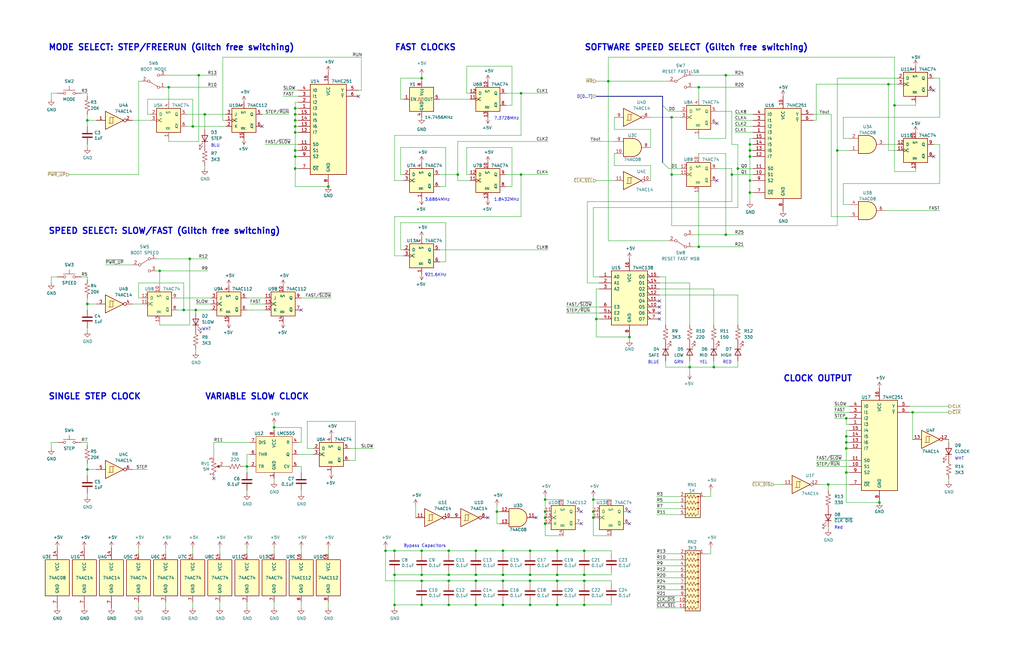
<source format=kicad_sch>
(kicad_sch (version 20211123) (generator eeschema)
  (paper "USLedger")
  (title_block (title "Manual and software selectable clock") (date "2022-10-22") (rev "1.6") (company "Frédéric Segard") (comment 4 "Special thanks to Adrien Kohlbecker and Paul Fellingham for their clock inspiration."))
  (junction (at 246.38 242.57))
  (junction (at 223.52 232.41))
  (junction (at 124.46 63.5))
  (junction (at 36.83 50.8))
  (junction (at 189.23 242.57))
  (junction (at 229.87 218.44))
  (junction (at 177.8 245.11))
  (junction (at 308.61 73.66))
  (junction (at 81.28 53.34))
  (junction (at 124.46 48.26))
  (junction (at 229.87 215.9))
  (junction (at 250.19 210.82))
  (junction (at 265.43 142.24))
  (junction (at 356.87 199.39))
  (junction (at 316.23 63.5))
  (junction (at 306.07 99.06))
  (junction (at 311.15 71.12))
  (junction (at 234.95 255.27))
  (junction (at 223.52 255.27))
  (junction (at 294.64 104.14))
  (junction (at 251.46 134.62))
  (junction (at 212.09 242.57))
  (junction (at 166.37 232.41))
  (junction (at 200.66 255.27))
  (junction (at 377.19 44.45))
  (junction (at 223.52 245.11))
  (junction (at 229.87 220.98))
  (junction (at 177.8 242.57))
  (junction (at 212.09 255.27))
  (junction (at 193.04 73.66))
  (junction (at 316.23 76.2))
  (junction (at 115.57 180.34))
  (junction (at 177.8 33.02))
  (junction (at 316.23 66.04))
  (junction (at 124.46 71.12))
  (junction (at 353.06 63.5))
  (junction (at 162.56 232.41))
  (junction (at 234.95 242.57))
  (junction (at 189.23 232.41))
  (junction (at 250.19 218.44))
  (junction (at 124.46 45.72))
  (junction (at 229.87 210.82))
  (junction (at 356.87 176.53))
  (junction (at 223.52 242.57))
  (junction (at 246.38 255.27))
  (junction (at 86.36 48.26))
  (junction (at 124.46 66.04))
  (junction (at 300.99 154.94))
  (junction (at 250.19 215.9))
  (junction (at 246.38 232.41))
  (junction (at 349.25 204.47))
  (junction (at 212.09 245.11))
  (junction (at 166.37 255.27))
  (junction (at 82.55 130.81))
  (junction (at 356.87 186.69))
  (junction (at 256.54 34.29))
  (junction (at 234.95 245.11))
  (junction (at 374.65 35.56))
  (junction (at 209.55 215.9))
  (junction (at 189.23 245.11))
  (junction (at 316.23 81.28))
  (junction (at 177.8 255.27))
  (junction (at 200.66 242.57))
  (junction (at 104.14 196.85))
  (junction (at 283.21 49.53))
  (junction (at 246.38 245.11))
  (junction (at 316.23 60.96))
  (junction (at 306.07 31.75))
  (junction (at 200.66 245.11))
  (junction (at 356.87 189.23))
  (junction (at 219.71 73.66))
  (junction (at 294.64 36.83))
  (junction (at 138.43 78.74))
  (junction (at 77.47 130.81))
  (junction (at 71.12 36.83))
  (junction (at 36.83 128.27))
  (junction (at 166.37 242.57))
  (junction (at 124.46 50.8))
  (junction (at 177.8 232.41))
  (junction (at 290.83 154.94))
  (junction (at 36.83 198.12))
  (junction (at 83.82 31.75))
  (junction (at 80.01 109.22))
  (junction (at 67.31 114.3))
  (junction (at 384.81 173.99))
  (junction (at 124.46 53.34))
  (junction (at 189.23 255.27))
  (junction (at 200.66 232.41))
  (junction (at 370.84 212.09))
  (junction (at 219.71 39.37))
  (junction (at 356.87 184.15))
  (junction (at 124.46 55.88))
  (junction (at 212.09 232.41))
  (junction (at 234.95 232.41))
  (junction (at 283.21 73.66))
  (no_connect (at 151.13 40.64))
  (no_connect (at 278.13 132.08))
  (no_connect (at 278.13 127))
  (no_connect (at 278.13 129.54))
  (no_connect (at 278.13 134.62))
  (no_connect (at 393.7 38.1))
  (no_connect (at 393.7 66.04))
  (no_connect (at 265.43 215.9))
  (no_connect (at 265.43 220.98))
  (no_connect (at 245.11 215.9))
  (no_connect (at 245.11 220.98))
  (no_connect (at 205.74 218.44))
  (no_connect (at 226.06 218.44))
  (no_connect (at 90.17 201.93))
  (no_connect (at 127 130.81))
  (no_connect (at 110.49 53.34))
  (no_connect (at 302.26 76.2))
  (no_connect (at 302.26 52.07))
  (bus_entry (at 279.4 68.58) (size 2.54 2.54))
  (bus_entry (at 279.4 44.45) (size 2.54 2.54))
  (wire (pts (xy 185.42 78.74) (xy 187.96 78.74)))
  (wire (pts (xy 251.46 134.62) (xy 251.46 142.24)))
  (wire (pts (xy 210.82 220.98) (xy 209.55 220.98)))
  (wire (pts (xy 309.88 48.26) (xy 317.5 48.26)))
  (wire (pts (xy 393.7 33.02) (xy 396.24 33.02)))
  (wire (pts (xy 81.28 254) (xy 81.28 256.54)))
  (wire (pts (xy 274.32 69.85) (xy 259.08 69.85)))
  (wire (pts (xy 187.96 110.49) (xy 187.96 93.98)))
  (wire (pts (xy 212.09 241.3) (xy 212.09 242.57)))
  (wire (pts (xy 274.32 54.61) (xy 259.08 54.61)))
  (wire (pts (xy 62.23 48.26) (xy 63.5 48.26)))
  (wire (pts (xy 127 125.73) (xy 139.7 125.73)))
  (wire (pts (xy 257.81 232.41) (xy 246.38 232.41)))
  (wire (pts (xy 36.83 130.81) (xy 36.83 128.27)))
  (wire (pts (xy 209.55 213.36) (xy 209.55 215.9)))
  (wire (pts (xy 93.98 24.13) (xy 152.4 24.13)))
  (wire (pts (xy 104.14 130.81) (xy 111.76 130.81)))
  (wire (pts (xy 185.42 110.49) (xy 187.96 110.49)))
  (wire (pts (xy 177.8 33.02) (xy 168.91 33.02)))
  (wire (pts (xy 300.99 152.4) (xy 300.99 154.94)))
  (wire (pts (xy 356.87 184.15) (xy 356.87 186.69)))
  (wire (pts (xy 229.87 215.9) (xy 229.87 218.44)))
  (wire (pts (xy 280.67 152.4) (xy 280.67 154.94)))
  (wire (pts (xy 80.01 137.16) (xy 67.31 137.16)))
  (wire (pts (xy 311.15 154.94) (xy 300.99 154.94)))
  (wire (pts (xy 200.66 245.11) (xy 212.09 245.11)))
  (wire (pts (xy 292.1 104.14) (xy 294.64 104.14)))
  (wire (pts (xy 55.88 50.8) (xy 63.5 50.8)))
  (wire (pts (xy 168.91 33.02) (xy 168.91 41.91)))
  (wire (pts (xy 115.57 254) (xy 115.57 256.54)))
  (wire (pts (xy 356.87 186.69) (xy 358.14 186.69)))
  (wire (pts (xy 115.57 180.34) (xy 115.57 179.07)))
  (wire (pts (xy 193.04 76.2) (xy 198.12 76.2)))
  (wire (pts (xy 297.18 209.55) (xy 299.72 209.55)))
  (wire (pts (xy 92.71 231.14) (xy 92.71 233.68)))
  (wire (pts (xy 237.49 226.06) (xy 229.87 226.06)))
  (wire (pts (xy 147.32 189.23) (xy 157.48 189.23)))
  (wire (pts (xy 166.37 76.2) (xy 166.37 57.15)))
  (wire (pts (xy 127 186.69) (xy 125.73 186.69)))
  (wire (pts (xy 309.88 53.34) (xy 317.5 53.34)))
  (wire (pts (xy 350.52 48.26) (xy 350.52 91.44)))
  (wire (pts (xy 283.21 73.66) (xy 287.02 73.66)))
  (wire (pts (xy 356.87 181.61) (xy 358.14 181.61)))
  (wire (pts (xy 309.88 55.88) (xy 317.5 55.88)))
  (wire (pts (xy 251.46 134.62) (xy 252.73 134.62)))
  (wire (pts (xy 189.23 241.3) (xy 189.23 242.57)))
  (wire (pts (xy 196.85 73.66) (xy 198.12 73.66)))
  (wire (pts (xy 149.86 194.31) (xy 149.86 177.8)))
  (wire (pts (xy 69.85 231.14) (xy 69.85 233.68)))
  (wire (pts (xy 74.93 125.73) (xy 88.9 125.73)))
  (wire (pts (xy 294.64 36.83) (xy 294.64 41.91)))
  (wire (pts (xy 250.19 218.44) (xy 250.19 215.9)))
  (wire (pts (xy 124.46 71.12) (xy 125.73 71.12)))
  (wire (pts (xy 58.42 125.73) (xy 59.69 125.73)))
  (wire (pts (xy 162.56 245.11) (xy 162.56 232.41)))
  (wire (pts (xy 215.9 44.45) (xy 215.9 27.94)))
  (wire (pts (xy 105.41 128.27) (xy 111.76 128.27)))
  (wire (pts (xy 177.8 255.27) (xy 189.23 255.27)))
  (wire (pts (xy 278.13 119.38) (xy 290.83 119.38)))
  (wire (pts (xy 189.23 245.11) (xy 200.66 245.11)))
  (wire (pts (xy 302.26 46.99) (xy 308.61 46.99)))
  (wire (pts (xy 276.86 236.22) (xy 287.02 236.22)))
  (wire (pts (xy 86.36 48.26) (xy 95.25 48.26)))
  (wire (pts (xy 62.23 198.12) (xy 55.88 198.12)))
  (wire (pts (xy 86.36 48.26) (xy 86.36 54.61)))
  (wire (pts (xy 215.9 62.23) (xy 196.85 62.23)))
  (wire (pts (xy 280.67 154.94) (xy 290.83 154.94)))
  (wire (pts (xy 345.44 204.47) (xy 349.25 204.47)))
  (wire (pts (xy 36.83 186.69) (xy 36.83 187.96)))
  (wire (pts (xy 316.23 66.04) (xy 316.23 76.2)))
  (wire (pts (xy 82.55 130.81) (xy 88.9 130.81)))
  (wire (pts (xy 246.38 241.3) (xy 246.38 242.57)))
  (wire (pts (xy 200.66 255.27) (xy 212.09 255.27)))
  (wire (pts (xy 196.85 62.23) (xy 196.85 73.66)))
  (wire (pts (xy 281.94 101.6) (xy 256.54 101.6)))
  (wire (pts (xy 219.71 39.37) (xy 219.71 57.15)))
  (wire (pts (xy 265.43 143.51) (xy 265.43 142.24)))
  (wire (pts (xy 344.17 196.85) (xy 358.14 196.85)))
  (wire (pts (xy 124.46 45.72) (xy 125.73 45.72)))
  (wire (pts (xy 34.29 116.84) (xy 36.83 116.84)))
  (wire (pts (xy 213.36 78.74) (xy 215.9 78.74)))
  (wire (pts (xy 252.73 121.92) (xy 251.46 121.92)))
  (wire (pts (xy 234.95 232.41) (xy 234.95 233.68)))
  (wire (pts (xy 58.42 34.29) (xy 58.42 73.66)))
  (wire (pts (xy 311.15 60.96) (xy 308.61 60.96)))
  (wire (pts (xy 67.31 114.3) (xy 87.63 114.3)))
  (wire (pts (xy 308.61 73.66) (xy 317.5 73.66)))
  (wire (pts (xy 299.72 231.14) (xy 299.72 233.68)))
  (wire (pts (xy 177.8 241.3) (xy 177.8 242.57)))
  (wire (pts (xy 189.23 245.11) (xy 177.8 245.11)))
  (wire (pts (xy 168.91 62.23) (xy 168.91 73.66)))
  (wire (pts (xy 119.38 38.1) (xy 125.73 38.1)))
  (wire (pts (xy 125.73 43.18) (xy 124.46 43.18)))
  (wire (pts (xy 281.94 46.99) (xy 287.02 46.99)))
  (wire (pts (xy 257.81 226.06) (xy 250.19 226.06)))
  (wire (pts (xy 166.37 255.27) (xy 177.8 255.27)))
  (wire (pts (xy 356.87 179.07) (xy 356.87 176.53)))
  (wire (pts (xy 69.85 31.75) (xy 83.82 31.75)))
  (wire (pts (xy 127 208.28) (xy 127 207.01)))
  (wire (pts (xy 351.79 173.99) (xy 358.14 173.99)))
  (bus (pts (xy 279.4 44.45) (xy 279.4 40.64)))
  (wire (pts (xy 234.95 245.11) (xy 246.38 245.11)))
  (wire (pts (xy 168.91 105.41) (xy 170.18 105.41)))
  (wire (pts (xy 297.18 233.68) (xy 299.72 233.68)))
  (wire (pts (xy 276.86 243.84) (xy 287.02 243.84)))
  (wire (pts (xy 125.73 66.04) (xy 124.46 66.04)))
  (wire (pts (xy 316.23 81.28) (xy 317.5 81.28)))
  (wire (pts (xy 36.83 53.34) (xy 36.83 50.8)))
  (wire (pts (xy 349.25 223.52) (xy 349.25 222.25)))
  (wire (pts (xy 276.86 241.3) (xy 287.02 241.3)))
  (wire (pts (xy 177.8 33.02) (xy 177.8 34.29)))
  (wire (pts (xy 300.99 121.92) (xy 300.99 137.16)))
  (wire (pts (xy 104.14 125.73) (xy 111.76 125.73)))
  (wire (pts (xy 311.15 124.46) (xy 311.15 137.16)))
  (wire (pts (xy 83.82 31.75) (xy 91.44 31.75)))
  (wire (pts (xy 290.83 119.38) (xy 290.83 137.16)))
  (wire (pts (xy 58.42 34.29) (xy 59.69 34.29)))
  (wire (pts (xy 229.87 209.55) (xy 229.87 210.82)))
  (wire (pts (xy 162.56 232.41) (xy 166.37 232.41)))
  (wire (pts (xy 386.08 71.12) (xy 386.08 72.39)))
  (wire (pts (xy 246.38 254) (xy 246.38 255.27)))
  (wire (pts (xy 152.4 24.13) (xy 152.4 38.1)))
  (wire (pts (xy 104.14 196.85) (xy 104.14 191.77)))
  (wire (pts (xy 278.13 124.46) (xy 311.15 124.46)))
  (wire (pts (xy 24.13 186.69) (xy 21.59 186.69)))
  (wire (pts (xy 67.31 114.3) (xy 66.04 114.3)))
  (wire (pts (xy 166.37 242.57) (xy 177.8 242.57)))
  (wire (pts (xy 229.87 210.82) (xy 237.49 210.82)))
  (wire (pts (xy 223.52 255.27) (xy 234.95 255.27)))
  (wire (pts (xy 396.24 77.47) (xy 355.6 77.47)))
  (wire (pts (xy 129.54 189.23) (xy 132.08 189.23)))
  (wire (pts (xy 400.05 185.42) (xy 400.05 186.69)))
  (wire (pts (xy 356.87 181.61) (xy 356.87 184.15)))
  (wire (pts (xy 36.83 48.26) (xy 36.83 50.8)))
  (wire (pts (xy 36.83 60.96) (xy 36.83 62.23)))
  (wire (pts (xy 353.06 63.5) (xy 353.06 95.25)))
  (wire (pts (xy 124.46 45.72) (xy 124.46 48.26)))
  (wire (pts (xy 276.86 254) (xy 287.02 254)))
  (wire (pts (xy 283.21 73.66) (xy 283.21 95.25)))
  (wire (pts (xy 219.71 73.66) (xy 231.14 73.66)))
  (wire (pts (xy 36.83 208.28) (xy 36.83 209.55)))
  (wire (pts (xy 238.76 132.08) (xy 252.73 132.08)))
  (wire (pts (xy 278.13 121.92) (xy 300.99 121.92)))
  (wire (pts (xy 353.06 33.02) (xy 378.46 33.02)))
  (wire (pts (xy 276.86 246.38) (xy 287.02 246.38)))
  (wire (pts (xy 378.46 63.5) (xy 374.65 63.5)))
  (wire (pts (xy 316.23 60.96) (xy 317.5 60.96)))
  (wire (pts (xy 189.23 232.41) (xy 177.8 232.41)))
  (wire (pts (xy 294.64 81.28) (xy 294.64 104.14)))
  (wire (pts (xy 356.87 184.15) (xy 358.14 184.15)))
  (wire (pts (xy 115.57 180.34) (xy 127 180.34)))
  (wire (pts (xy 151.13 38.1) (xy 152.4 38.1)))
  (wire (pts (xy 276.86 212.09) (xy 287.02 212.09)))
  (wire (pts (xy 306.07 58.42) (xy 306.07 31.75)))
  (wire (pts (xy 127 254) (xy 127 256.54)))
  (wire (pts (xy 80.01 109.22) (xy 87.63 109.22)))
  (wire (pts (xy 276.86 214.63) (xy 287.02 214.63)))
  (wire (pts (xy 111.76 60.96) (xy 125.73 60.96)))
  (wire (pts (xy 311.15 152.4) (xy 311.15 154.94)))
  (wire (pts (xy 276.86 217.17) (xy 287.02 217.17)))
  (wire (pts (xy 353.06 63.5) (xy 358.14 63.5)))
  (wire (pts (xy 200.66 233.68) (xy 200.66 232.41)))
  (wire (pts (xy 124.46 48.26) (xy 125.73 48.26)))
  (wire (pts (xy 302.26 71.12) (xy 308.61 71.12)))
  (wire (pts (xy 311.15 71.12) (xy 311.15 60.96)))
  (wire (pts (xy 127 196.85) (xy 127 199.39)))
  (wire (pts (xy 36.83 39.37) (xy 36.83 40.64)))
  (wire (pts (xy 292.1 99.06) (xy 306.07 99.06)))
  (wire (pts (xy 250.19 226.06) (xy 250.19 218.44)))
  (wire (pts (xy 83.82 59.69) (xy 71.12 59.69)))
  (wire (pts (xy 234.95 254) (xy 234.95 255.27)))
  (wire (pts (xy 125.73 196.85) (xy 127 196.85)))
  (wire (pts (xy 316.23 63.5) (xy 316.23 66.04)))
  (wire (pts (xy 308.61 73.66) (xy 308.61 85.09)))
  (wire (pts (xy 212.09 245.11) (xy 212.09 246.38)))
  (wire (pts (xy 124.46 43.18) (xy 124.46 45.72)))
  (wire (pts (xy 36.83 116.84) (xy 36.83 118.11)))
  (wire (pts (xy 34.29 186.69) (xy 36.83 186.69)))
  (wire (pts (xy 124.46 55.88) (xy 125.73 55.88)))
  (wire (pts (xy 90.17 186.69) (xy 90.17 193.04)))
  (wire (pts (xy 77.47 119.38) (xy 58.42 119.38)))
  (wire (pts (xy 166.37 76.2) (xy 170.18 76.2)))
  (wire (pts (xy 306.07 31.75) (xy 313.69 31.75)))
  (wire (pts (xy 147.32 194.31) (xy 149.86 194.31)))
  (wire (pts (xy 81.28 53.34) (xy 95.25 53.34)))
  (wire (pts (xy 356.87 189.23) (xy 356.87 199.39)))
  (wire (pts (xy 77.47 130.81) (xy 82.55 130.81)))
  (wire (pts (xy 67.31 137.16) (xy 67.31 135.89)))
  (wire (pts (xy 193.04 73.66) (xy 193.04 76.2)))
  (wire (pts (xy 213.36 39.37) (xy 219.71 39.37)))
  (wire (pts (xy 247.65 85.09) (xy 247.65 119.38)))
  (wire (pts (xy 274.32 62.23) (xy 274.32 54.61)))
  (wire (pts (xy 189.23 255.27) (xy 200.66 255.27)))
  (wire (pts (xy 81.28 231.14) (xy 81.28 233.68)))
  (wire (pts (xy 344.17 194.31) (xy 358.14 194.31)))
  (wire (pts (xy 234.95 245.11) (xy 223.52 245.11)))
  (wire (pts (xy 396.24 60.96) (xy 396.24 77.47)))
  (wire (pts (xy 187.96 62.23) (xy 168.91 62.23)))
  (wire (pts (xy 212.09 232.41) (xy 200.66 232.41)))
  (wire (pts (xy 246.38 245.11) (xy 257.81 245.11)))
  (wire (pts (xy 353.06 33.02) (xy 353.06 63.5)))
  (wire (pts (xy 115.57 181.61) (xy 115.57 180.34)))
  (wire (pts (xy 251.46 34.29) (xy 256.54 34.29)))
  (wire (pts (xy 316.23 76.2) (xy 317.5 76.2)))
  (wire (pts (xy 350.52 91.44) (xy 358.14 91.44)))
  (wire (pts (xy 81.28 41.91) (xy 62.23 41.91)))
  (wire (pts (xy 66.04 109.22) (xy 80.01 109.22)))
  (wire (pts (xy 104.14 231.14) (xy 104.14 233.68)))
  (wire (pts (xy 248.92 59.69) (xy 259.08 59.69)))
  (wire (pts (xy 209.55 220.98) (xy 209.55 215.9)))
  (wire (pts (xy 55.88 128.27) (xy 59.69 128.27)))
  (wire (pts (xy 356.87 212.09) (xy 370.84 212.09)))
  (wire (pts (xy 290.83 154.94) (xy 290.83 157.48)))
  (wire (pts (xy 219.71 73.66) (xy 219.71 91.44)))
  (wire (pts (xy 246.38 232.41) (xy 234.95 232.41)))
  (wire (pts (xy 342.9 48.26) (xy 350.52 48.26)))
  (wire (pts (xy 193.04 59.69) (xy 231.14 59.69)))
  (wire (pts (xy 383.54 171.45) (xy 400.05 171.45)))
  (wire (pts (xy 280.67 137.16) (xy 280.67 116.84)))
  (wire (pts (xy 71.12 59.69) (xy 71.12 58.42)))
  (wire (pts (xy 168.91 73.66) (xy 170.18 73.66)))
  (wire (pts (xy 238.76 129.54) (xy 252.73 129.54)))
  (wire (pts (xy 177.8 254) (xy 177.8 255.27)))
  (wire (pts (xy 374.65 35.56) (xy 378.46 35.56)))
  (wire (pts (xy 93.98 50.8) (xy 95.25 50.8)))
  (wire (pts (xy 215.9 27.94) (xy 196.85 27.94)))
  (wire (pts (xy 274.32 49.53) (xy 283.21 49.53)))
  (wire (pts (xy 213.36 73.66) (xy 219.71 73.66)))
  (wire (pts (xy 193.04 73.66) (xy 193.04 59.69)))
  (wire (pts (xy 358.14 199.39) (xy 356.87 199.39)))
  (wire (pts (xy 256.54 34.29) (xy 256.54 101.6)))
  (wire (pts (xy 138.43 231.14) (xy 138.43 233.68)))
  (wire (pts (xy 280.67 116.84) (xy 278.13 116.84)))
  (wire (pts (xy 162.56 245.11) (xy 177.8 245.11)))
  (wire (pts (xy 259.08 54.61) (xy 259.08 49.53)))
  (wire (pts (xy 175.26 213.36) (xy 175.26 218.44)))
  (wire (pts (xy 283.21 49.53) (xy 283.21 73.66)))
  (wire (pts (xy 223.52 232.41) (xy 234.95 232.41)))
  (wire (pts (xy 294.64 57.15) (xy 294.64 58.42)))
  (wire (pts (xy 90.17 186.69) (xy 105.41 186.69)))
  (wire (pts (xy 229.87 210.82) (xy 229.87 215.9)))
  (wire (pts (xy 283.21 95.25) (xy 353.06 95.25)))
  (wire (pts (xy 276.86 209.55) (xy 287.02 209.55)))
  (wire (pts (xy 383.54 173.99) (xy 384.81 173.99)))
  (wire (pts (xy 257.81 233.68) (xy 257.81 232.41)))
  (wire (pts (xy 185.42 105.41) (xy 231.14 105.41)))
  (wire (pts (xy 251.46 76.2) (xy 259.08 76.2)))
  (wire (pts (xy 309.88 50.8) (xy 317.5 50.8)))
  (wire (pts (xy 93.98 196.85) (xy 95.25 196.85)))
  (wire (pts (xy 400.05 203.2) (xy 400.05 201.93)))
  (wire (pts (xy 124.46 55.88) (xy 124.46 63.5)))
  (wire (pts (xy 257.81 241.3) (xy 257.81 242.57)))
  (wire (pts (xy 166.37 232.41) (xy 166.37 233.68)))
  (wire (pts (xy 229.87 218.44) (xy 229.87 220.98)))
  (wire (pts (xy 58.42 254) (xy 58.42 256.54)))
  (wire (pts (xy 247.65 119.38) (xy 252.73 119.38)))
  (wire (pts (xy 58.42 233.68) (xy 58.42 231.14)))
  (wire (pts (xy 355.6 49.53) (xy 355.6 58.42)))
  (wire (pts (xy 104.14 191.77) (xy 105.41 191.77)))
  (wire (pts (xy 223.52 241.3) (xy 223.52 242.57)))
  (wire (pts (xy 386.08 44.45) (xy 386.08 43.18)))
  (wire (pts (xy 166.37 241.3) (xy 166.37 242.57)))
  (wire (pts (xy 308.61 85.09) (xy 247.65 85.09)))
  (wire (pts (xy 177.8 232.41) (xy 166.37 232.41)))
  (wire (pts (xy 105.41 196.85) (xy 104.14 196.85)))
  (wire (pts (xy 196.85 27.94) (xy 196.85 39.37)))
  (wire (pts (xy 124.46 71.12) (xy 124.46 78.74)))
  (wire (pts (xy 166.37 255.27) (xy 166.37 256.54)))
  (wire (pts (xy 212.09 254) (xy 212.09 255.27)))
  (wire (pts (xy 316.23 81.28) (xy 316.23 85.09)))
  (wire (pts (xy 177.8 31.75) (xy 177.8 33.02)))
  (wire (pts (xy 177.8 246.38) (xy 177.8 245.11)))
  (wire (pts (xy 200.66 241.3) (xy 200.66 242.57)))
  (wire (pts (xy 316.23 76.2) (xy 316.23 81.28)))
  (wire (pts (xy 384.81 173.99) (xy 384.81 185.42)))
  (wire (pts (xy 358.14 189.23) (xy 356.87 189.23)))
  (wire (pts (xy 93.98 50.8) (xy 93.98 24.13)))
  (wire (pts (xy 373.38 60.96) (xy 378.46 60.96)))
  (wire (pts (xy 292.1 31.75) (xy 306.07 31.75)))
  (wire (pts (xy 234.95 241.3) (xy 234.95 242.57)))
  (wire (pts (xy 326.39 204.47) (xy 330.2 204.47)))
  (wire (pts (xy 377.19 44.45) (xy 377.19 24.13)))
  (wire (pts (xy 250.19 210.82) (xy 257.81 210.82)))
  (wire (pts (xy 62.23 41.91) (xy 62.23 48.26)))
  (wire (pts (xy 36.83 50.8) (xy 40.64 50.8)))
  (bus (pts (xy 279.4 68.58) (xy 279.4 44.45)))
  (wire (pts (xy 344.17 50.8) (xy 342.9 50.8)))
  (wire (pts (xy 292.1 36.83) (xy 294.64 36.83)))
  (wire (pts (xy 187.96 78.74) (xy 187.96 62.23)))
  (wire (pts (xy 86.36 71.12) (xy 86.36 69.85)))
  (wire (pts (xy 294.64 64.77) (xy 294.64 66.04)))
  (wire (pts (xy 124.46 66.04) (xy 124.46 71.12)))
  (wire (pts (xy 250.19 116.84) (xy 252.73 116.84)))
  (wire (pts (xy 81.28 41.91) (xy 81.28 53.34)))
  (wire (pts (xy 256.54 24.13) (xy 256.54 34.29)))
  (wire (pts (xy 36.83 125.73) (xy 36.83 128.27)))
  (wire (pts (xy 281.94 71.12) (xy 287.02 71.12)))
  (wire (pts (xy 110.49 48.26) (xy 121.92 48.26)))
  (wire (pts (xy 396.24 33.02) (xy 396.24 49.53)))
  (wire (pts (xy 83.82 31.75) (xy 83.82 59.69)))
  (wire (pts (xy 189.23 246.38) (xy 189.23 245.11)))
  (bus (pts (xy 251.46 40.64) (xy 279.4 40.64)))
  (wire (pts (xy 265.43 142.24) (xy 251.46 142.24)))
  (wire (pts (xy 306.07 64.77) (xy 294.64 64.77)))
  (wire (pts (xy 374.65 35.56) (xy 374.65 63.5)))
  (wire (pts (xy 384.81 173.99) (xy 400.05 173.99)))
  (wire (pts (xy 299.72 207.01) (xy 299.72 209.55)))
  (wire (pts (xy 316.23 63.5) (xy 317.5 63.5)))
  (wire (pts (xy 166.37 107.95) (xy 166.37 91.44)))
  (wire (pts (xy 344.17 35.56) (xy 344.17 50.8)))
  (wire (pts (xy 259.08 69.85) (xy 259.08 64.77)))
  (wire (pts (xy 294.64 58.42) (xy 306.07 58.42)))
  (wire (pts (xy 316.23 66.04) (xy 317.5 66.04)))
  (wire (pts (xy 119.38 40.64) (xy 125.73 40.64)))
  (wire (pts (xy 377.19 72.39) (xy 377.19 44.45)))
  (wire (pts (xy 257.81 254) (xy 257.81 255.27)))
  (wire (pts (xy 306.07 99.06) (xy 306.07 64.77)))
  (wire (pts (xy 24.13 116.84) (xy 21.59 116.84)))
  (wire (pts (xy 290.83 152.4) (xy 290.83 154.94)))
  (wire (pts (xy 316.23 60.96) (xy 316.23 63.5)))
  (wire (pts (xy 308.61 71.12) (xy 308.61 73.66)))
  (wire (pts (xy 187.96 93.98) (xy 168.91 93.98)))
  (wire (pts (xy 356.87 199.39) (xy 356.87 212.09)))
  (wire (pts (xy 316.23 58.42) (xy 316.23 60.96)))
  (wire (pts (xy 300.99 154.94) (xy 290.83 154.94)))
  (wire (pts (xy 250.19 87.63) (xy 311.15 87.63)))
  (wire (pts (xy 149.86 177.8) (xy 129.54 177.8)))
  (wire (pts (xy 250.19 209.55) (xy 250.19 210.82)))
  (wire (pts (xy 124.46 50.8) (xy 124.46 53.34)))
  (wire (pts (xy 276.86 256.54) (xy 287.02 256.54)))
  (wire (pts (xy 396.24 49.53) (xy 355.6 49.53)))
  (wire (pts (xy 257.81 245.11) (xy 257.81 246.38)))
  (wire (pts (xy 78.74 48.26) (xy 86.36 48.26)))
  (wire (pts (xy 349.25 204.47) (xy 349.25 207.01)))
  (wire (pts (xy 166.37 57.15) (xy 219.71 57.15)))
  (wire (pts (xy 82.55 147.32) (xy 82.55 148.59)))
  (wire (pts (xy 36.83 198.12) (xy 40.64 198.12)))
  (wire (pts (xy 250.19 87.63) (xy 250.19 116.84)))
  (wire (pts (xy 71.12 36.83) (xy 69.85 36.83)))
  (wire (pts (xy 212.09 255.27) (xy 223.52 255.27)))
  (wire (pts (xy 24.13 39.37) (xy 21.59 39.37)))
  (wire (pts (xy 212.09 242.57) (xy 223.52 242.57)))
  (wire (pts (xy 67.31 120.65) (xy 67.31 114.3)))
  (wire (pts (xy 294.64 104.14) (xy 313.69 104.14)))
  (wire (pts (xy 355.6 86.36) (xy 358.14 86.36)))
  (wire (pts (xy 311.15 71.12) (xy 311.15 87.63)))
  (wire (pts (xy 246.38 255.27) (xy 257.81 255.27)))
  (wire (pts (xy 21.59 186.69) (xy 21.59 189.23)))
  (wire (pts (xy 209.55 215.9) (xy 210.82 215.9)))
  (wire (pts (xy 246.38 242.57) (xy 257.81 242.57)))
  (wire (pts (xy 344.17 35.56) (xy 374.65 35.56)))
  (wire (pts (xy 281.94 34.29) (xy 256.54 34.29)))
  (wire (pts (xy 189.23 254) (xy 189.23 255.27)))
  (wire (pts (xy 246.38 233.68) (xy 246.38 232.41)))
  (wire (pts (xy 36.83 200.66) (xy 36.83 198.12)))
  (wire (pts (xy 124.46 50.8) (xy 125.73 50.8)))
  (wire (pts (xy 234.95 255.27) (xy 246.38 255.27)))
  (wire (pts (xy 356.87 179.07) (xy 358.14 179.07)))
  (wire (pts (xy 36.83 138.43) (xy 36.83 139.7)))
  (wire (pts (xy 189.23 242.57) (xy 200.66 242.57)))
  (wire (pts (xy 177.8 242.57) (xy 189.23 242.57)))
  (wire (pts (xy 104.14 199.39) (xy 104.14 196.85)))
  (wire (pts (xy 162.56 231.14) (xy 162.56 232.41)))
  (wire (pts (xy 294.64 36.83) (xy 313.69 36.83)))
  (wire (pts (xy 124.46 48.26) (xy 124.46 50.8)))
  (wire (pts (xy 219.71 91.44) (xy 166.37 91.44)))
  (wire (pts (xy 125.73 191.77) (xy 132.08 191.77)))
  (wire (pts (xy 276.86 238.76) (xy 287.02 238.76)))
  (wire (pts (xy 306.07 99.06) (xy 313.69 99.06)))
  (wire (pts (xy 124.46 63.5) (xy 124.46 66.04)))
  (wire (pts (xy 276.86 233.68) (xy 287.02 233.68)))
  (wire (pts (xy 356.87 176.53) (xy 351.79 176.53)))
  (wire (pts (xy 355.6 58.42) (xy 358.14 58.42)))
  (wire (pts (xy 166.37 242.57) (xy 166.37 255.27)))
  (wire (pts (xy 317.5 58.42) (xy 316.23 58.42)))
  (wire (pts (xy 276.86 251.46) (xy 287.02 251.46)))
  (wire (pts (xy 200.66 254) (xy 200.66 255.27)))
  (wire (pts (xy 349.25 204.47) (xy 358.14 204.47)))
  (wire (pts (xy 311.15 71.12) (xy 317.5 71.12)))
  (wire (pts (xy 58.42 73.66) (xy 29.21 73.66)))
  (wire (pts (xy 356.87 176.53) (xy 358.14 176.53)))
  (wire (pts (xy 92.71 254) (xy 92.71 256.54)))
  (wire (pts (xy 223.52 246.38) (xy 223.52 245.11)))
  (wire (pts (xy 127 231.14) (xy 127 233.68)))
  (wire (pts (xy 82.55 128.27) (xy 88.9 128.27)))
  (wire (pts (xy 351.79 171.45) (xy 358.14 171.45)))
  (wire (pts (xy 82.55 132.08) (xy 82.55 130.81)))
  (wire (pts (xy 196.85 39.37) (xy 198.12 39.37)))
  (wire (pts (xy 36.83 128.27) (xy 40.64 128.27)))
  (wire (pts (xy 44.45 111.76) (xy 55.88 111.76)))
  (wire (pts (xy 21.59 39.37) (xy 21.59 41.91)))
  (wire (pts (xy 125.73 63.5) (xy 124.46 63.5)))
  (wire (pts (xy 223.52 245.11) (xy 212.09 245.11)))
  (wire (pts (xy 138.43 254) (xy 138.43 256.54)))
  (wire (pts (xy 393.7 60.96) (xy 396.24 60.96)))
  (wire (pts (xy 308.61 46.99) (xy 308.61 60.96)))
  (wire (pts (xy 246.38 245.11) (xy 246.38 246.38)))
  (wire (pts (xy 200.66 232.41) (xy 189.23 232.41)))
  (wire (pts (xy 215.9 78.74) (xy 215.9 62.23)))
  (wire (pts (xy 21.59 116.84) (xy 21.59 119.38)))
  (wire (pts (xy 219.71 39.37) (xy 231.14 39.37)))
  (wire (pts (xy 223.52 254) (xy 223.52 255.27)))
  (wire (pts (xy 386.08 72.39) (xy 377.19 72.39)))
  (wire (pts (xy 185.42 41.91) (xy 198.12 41.91)))
  (wire (pts (xy 229.87 220.98) (xy 229.87 226.06)))
  (wire (pts (xy 189.23 233.68) (xy 189.23 232.41)))
  (wire (pts (xy 168.91 41.91) (xy 170.18 41.91)))
  (wire (pts (xy 81.28 53.34) (xy 78.74 53.34)))
  (wire (pts (xy 124.46 53.34) (xy 124.46 55.88)))
  (wire (pts (xy 69.85 254) (xy 69.85 256.54)))
  (wire (pts (xy 166.37 107.95) (xy 170.18 107.95)))
  (wire (pts (xy 377.19 44.45) (xy 386.08 44.45)))
  (wire (pts (xy 373.38 88.9) (xy 396.24 88.9)))
  (wire (pts (xy 223.52 232.41) (xy 212.09 232.41)))
  (wire (pts (xy 104.14 254) (xy 104.14 256.54)))
  (wire (pts (xy 127 180.34) (xy 127 186.69)))
  (wire (pts (xy 34.29 39.37) (xy 36.83 39.37)))
  (wire (pts (xy 80.01 109.22) (xy 80.01 137.16)))
  (wire (pts (xy 212.09 233.68) (xy 212.09 232.41)))
  (wire (pts (xy 276.86 248.92) (xy 287.02 248.92)))
  (wire (pts (xy 77.47 130.81) (xy 74.93 130.81)))
  (wire (pts (xy 168.91 93.98) (xy 168.91 105.41)))
  (wire (pts (xy 124.46 53.34) (xy 125.73 53.34)))
  (wire (pts (xy 251.46 121.92) (xy 251.46 134.62)))
  (wire (pts (xy 58.42 119.38) (xy 58.42 125.73)))
  (wire (pts (xy 250.19 215.9) (xy 250.19 210.82)))
  (wire (pts (xy 223.52 242.57) (xy 234.95 242.57)))
  (wire (pts (xy 104.14 208.28) (xy 104.14 207.01)))
  (wire (pts (xy 200.66 242.57) (xy 212.09 242.57)))
  (wire (pts (xy 129.54 177.8) (xy 129.54 189.23)))
  (wire (pts (xy 115.57 203.2) (xy 115.57 201.93)))
  (wire (pts (xy 234.95 246.38) (xy 234.95 245.11)))
  (wire (pts (xy 213.36 44.45) (xy 215.9 44.45)))
  (wire (pts (xy 185.42 73.66) (xy 193.04 73.66)))
  (wire (pts (xy 115.57 231.14) (xy 115.57 233.68)))
  (wire (pts (xy 223.52 233.68) (xy 223.52 232.41)))
  (wire (pts (xy 355.6 77.47) (xy 355.6 86.36)))
  (wire (pts (xy 90.17 200.66) (xy 90.17 201.93)))
  (wire (pts (xy 71.12 43.18) (xy 71.12 36.83)))
  (wire (pts (xy 274.32 76.2) (xy 274.32 69.85)))
  (wire (pts (xy 104.14 196.85) (xy 102.87 196.85)))
  (wire (pts (xy 177.8 233.68) (xy 177.8 232.41)))
  (wire (pts (xy 71.12 36.83) (xy 91.44 36.83)))
  (wire (pts (xy 283.21 49.53) (xy 287.02 49.53)))
  (wire (pts (xy 200.66 245.11) (xy 200.66 246.38)))
  (wire (pts (xy 234.95 242.57) (xy 246.38 242.57)))
  (wire (pts (xy 36.83 195.58) (xy 36.83 198.12)))
  (wire (pts (xy 377.19 24.13) (xy 256.54 24.13)))
  (wire (pts (xy 77.47 119.38) (xy 77.47 130.81)))
  (wire (pts (xy 124.46 78.74) (xy 138.43 78.74)))
  (wire (pts (xy 356.87 189.23) (xy 356.87 186.69)))
  (text "3.6864MHz" (at 179.07 85.09 0) (effects (font (size 1.27 1.27)) (justify left bottom)))
  (text "VARIABLE SLOW CLOCK" (at 86.36 168.91 0) (effects (font (size 2.54 2.54) (thickness 0.508) bold) (justify left bottom)))
  (text "SPEED SELECT: SLOW/FAST (Glitch free switching)" (at 20.32 99.06 0) (effects (font (size 2.54 2.54) (thickness 0.508) bold) (justify left bottom)))
  (text "Bypass Capacitors" (at 170.18 231.14 0) (effects (font (size 1.27 1.27)) (justify left bottom)))
  (text "MODE SELECT: STEP/FREERUN (Glitch free switching)" (at 20.32 21.59 0) (effects (font (size 2.54 2.54) (thickness 0.508) bold) (justify left bottom)))
  (text "RED" (at 308.61 153.67 180) (effects (font (size 1.27 1.27)) (justify right bottom)))
  (text "FAST CLOCKS" (at 166.37 21.59 0) (effects (font (size 2.54 2.54) (thickness 0.508) bold) (justify left bottom)))
  (text "SOFTWARE SPEED SELECT (Glitch free switching)" (at 246.38 21.59 0) (effects (font (size 2.54 2.54) (thickness 0.508) bold) (justify left bottom)))
  (text "CLOCK OUTPUT" (at 330.2 161.29 0) (effects (font (size 2.54 2.54) (thickness 0.508) bold) (justify left bottom)))
  (text "921.6KHz" (at 179.07 116.84 0) (effects (font (size 1.27 1.27)) (justify left bottom)))
  (text "GRN" (at 288.29 153.67 180) (effects (font (size 1.27 1.27)) (justify right bottom)))
  (text "WHT" (at 402.59 194.31 0) (effects (font (size 1.27 1.27)) (justify left bottom)))
  (text "1.8432MHz" (at 208.28 85.09 0) (effects (font (size 1.27 1.27)) (justify left bottom)))
  (text "BLU" (at 88.9 62.23 0) (effects (font (size 1.27 1.27)) (justify left bottom)))
  (text "WHT" (at 85.09 139.7 0) (effects (font (size 1.27 1.27)) (justify left bottom)))
  (text "Red" (at 351.766 223.472 0) (effects (font (size 1.27 1.27)) (justify left bottom)))
  (text "7.3728MHz" (at 208.28 50.8 0) (effects (font (size 1.27 1.27)) (justify left bottom)))
  (text "YEL" (at 298.45 153.67 180) (effects (font (size 1.27 1.27)) (justify right bottom)))
  (text "BLUE" (at 278.13 153.67 180) (effects (font (size 1.27 1.27)) (justify right bottom)))
  (text "SINGLE STEP CLOCK" (at 20.32 168.91 0) (effects (font (size 2.54 2.54) (thickness 0.508) bold) (justify left bottom)))
  (label "R25" (at 313.69 99.06 180))
  (label "~{CLK_DIS}" (at 276.86 254 0))
  (label "STEP" (at 62.23 198.12 180))
  (label "Q1" (at 312.42 73.66 0))
  (label "R25" (at 276.86 248.92 0))
  (label "R5" (at 34.29 116.84 0))
  (label "SLOW" (at 157.48 189.23 180))
  (label "STEP{slash}~{RUN}" (at 121.92 48.26 180))
  (label "R13" (at 276.86 233.68 0))
  (label "FAST{slash}~{SLOW}" (at 139.7 125.73 180))
  (label "STEP{slash}~{RUN}" (at 238.76 132.08 0))
  (label "FAST" (at 119.38 40.64 0))
  (label "STEP{slash}~{RUN}" (at 344.17 196.85 0))
  (label "Yout" (at 248.92 59.69 0))
  (label "D1" (at 285.75 71.12 180))
  (label "CLK4" (at 309.88 50.8 0))
  (label "RUN" (at 148.59 24.13 0))
  (label "FAST" (at 396.24 88.9 180))
  (label "Yout" (at 345.44 48.26 0))
  (label "R9" (at 276.86 238.76 0))
  (label "R7" (at 34.29 186.69 0))
  (label "SLOW" (at 351.79 171.45 0))
  (label "R3" (at 276.86 209.55 0))
  (label "R10" (at 276.86 236.22 0))
  (label "R21" (at 276.86 251.46 0))
  (label "CLK1" (at 231.14 39.37 180))
  (label "D0" (at 281.94 46.99 0))
  (label "FAST{slash}~{SLOW}" (at 111.76 60.96 0))
  (label "R12" (at 87.63 109.22 180))
  (label "R13" (at 91.44 31.75 180))
  (label "R12" (at 276.86 241.3 0))
  (label "SLOW" (at 119.38 38.1 0))
  (label "FAST" (at 351.79 173.99 0))
  (label "Q0" (at 312.42 71.12 0))
  (label "R3" (at 34.29 39.37 0))
  (label "R11" (at 90.17 186.69 0))
  (label "R20" (at 313.69 36.83 180))
  (label "CLK8" (at 309.88 48.26 0))
  (label "R20" (at 276.86 243.84 0))
  (label "R24" (at 276.86 246.38 0))
  (label "R11" (at 276.86 217.17 0))
  (label "CLK8" (at 231.14 105.41 180))
  (label "R21" (at 313.69 104.14 180))
  (label "FAST{slash}~{SLOW}" (at 344.17 194.31 0))
  (label "~{CLK_SEL}" (at 276.86 256.54 0))
  (label "STEP" (at 351.79 176.53 0))
  (label "R7" (at 276.86 214.63 0))
  (label "CLK4" (at 231.14 73.66 180))
  (label "R10" (at 91.44 36.83 180))
  (label "FAST{slash}~{SLOW}" (at 238.76 129.54 0))
  (label "CLK1" (at 309.88 55.88 0))
  (label "~{PWR_UP}" (at 44.45 111.76 0))
  (label "R24" (at 313.69 31.75 180))
  (label "SLOW" (at 82.55 128.27 0))
  (label "CLK2" (at 309.88 53.34 0))
  (label "FAST" (at 105.41 128.27 0))
  (label "R5" (at 276.86 212.09 0))
  (label "CLK2" (at 231.14 59.69 180))
  (label "R9" (at 87.63 114.3 180))
  (hierarchical_label "~{CLK}" (shape output) (at 400.05 173.99 0))
  (hierarchical_label "~{CLK_DIS}" (shape input) (at 326.39 204.47 180))
  (hierarchical_label "~{PWR_UP}" (shape input) (at 29.21 73.66 180))
  (hierarchical_label "CLK" (shape output) (at 400.05 171.45 0))
  (hierarchical_label "D[0..7]" (shape input) (at 251.46 40.64 180))
  (hierarchical_label "~{MR}" (shape input) (at 251.46 34.29 180))
  (hierarchical_label "~{CLK_SEL}" (shape input) (at 251.46 76.2 180))
  (symbol (lib_id "power:+5V") (at 115.57 179.07 0) (unit 1)
    (property "Reference" "#PWR041" (effects hide))
    (property "Value" "+5V" (at 115.951 174.6758 0))
  )
  (symbol (lib_id "power:GND") (at 115.57 203.2 0) (unit 1)
    (property "Reference" "#PWR042" (effects hide))
    (property "Value" "GND" (at 115.697 207.5942 0))
  )
  (symbol (lib_id "74xx:74HC74") (at 139.7 191.77 0) (unit 1)
    (property "Reference" "U6" (at 133.35 185.42 0) (effects (justify left)))
    (property "Value" "74AC74" (at 140.97 185.42 0) (effects (justify left)))
    (property "Footprint" "Package_DIP:DIP-14_W7.62mm_Socket" (effects hide))
    (property "Datasheet" "74xx/74hc_hct74.pdf" (effects hide))
  )
  (symbol (lib_id "power:+5V") (at 139.7 184.15 0) (unit 1)
    (property "Reference" "#PWR054" (effects hide))
    (property "Value" "+5V" (at 140.081 179.7558 0))
  )
  (symbol (lib_id "74xx:74HC74") (at 58.42 243.84 0) (unit 3)
    (property "Reference" "U5" (at 52.07 234.95 0) (effects (justify left)))
    (property "Value" "74AC74" (at 58.42 243.84 0))
    (property "Footprint" "Package_DIP:DIP-14_W7.62mm_Socket" (effects hide))
    (property "Datasheet" "74xx/74hc_hct74.pdf" (effects hide))
  )
  (symbol (lib_id "power:+5V") (at 58.42 231.14 0) (unit 1)
    (property "Reference" "#PWR024" (effects hide))
    (property "Value" "+5V" (at 58.801 226.7458 0))
  )
  (symbol (lib_id "power:GND") (at 58.42 256.54 0) (unit 1)
    (property "Reference" "#PWR025" (effects hide))
    (property "Value" "GND" (at 58.547 260.9342 0))
  )
  (symbol (lib_id "Device:C") (at 127 203.2 0) (mirror y) (unit 1)
    (property "Reference" "C7" (at 124.079 202.0316 0) (effects (justify left)))
    (property "Value" "0.1uF" (at 124.079 204.343 0) (effects (justify left)))
    (property "Footprint" "Capacitor_THT:C_Disc_D3.0mm_W1.6mm_P2.50mm" (effects hide))
  )
  (symbol (lib_id "Device:R_US") (at 99.06 196.85 90) (mirror x) (unit 1)
    (property "Reference" "R8" (at 99.06 191.643 90))
    (property "Value" "220" (at 99.06 193.9544 90))
    (property "Footprint" "Resistor_THT:R_Axial_DIN0207_L6.3mm_D2.5mm_P10.16mm_Horizontal" (effects hide))
  )
  (symbol (lib_id "0_Z80_Library:LMC555") (at 115.57 182.88 0) (unit 1)
    (property "Reference" "U12" (at 109.22 182.88 0))
    (property "Value" "LMC555" (at 120.65 182.88 0))
    (property "Footprint" "Package_DIP:DIP-8_W7.62mm_Socket" (effects hide))
  )
  (symbol (lib_id "power:GND") (at 104.14 208.28 0) (unit 1)
    (property "Reference" "#PWR038" (effects hide))
    (property "Value" "GND" (at 104.267 212.6742 0))
  )
  (symbol (lib_id "power:GND") (at 127 208.28 0) (unit 1)
    (property "Reference" "#PWR047" (effects hide))
    (property "Value" "GND" (at 127.127 212.6742 0))
  )
  (symbol (lib_id "Device:R_Potentiometer_US") (at 90.17 196.85 0) (mirror x) (unit 1)
    (property "Reference" "RV1" (at 88.4428 195.6816 0) (effects (justify right)))
    (property "Value" "5M" (at 88.4428 197.993 0) (effects (justify right)))
    (property "Footprint" "Potentiometer_THT:Potentiometer_Bourns_3296Z_Horizontal" (effects hide))
  )
  (symbol (lib_id "Device:C") (at 104.14 203.2 0) (mirror y) (unit 1)
    (property "Reference" "C6" (at 101.219 202.0316 0) (effects (justify left)))
    (property "Value" "0.1uF" (at 101.219 204.343 0) (effects (justify left)))
    (property "Footprint" "Capacitor_THT:C_Disc_D3.0mm_W1.6mm_P2.50mm" (effects hide))
  )
  (symbol (lib_id "Device:C") (at 246.38 237.49 0) (unit 1)
    (property "Reference" "C21" (at 249.301 236.3216 0) (effects (justify left)))
    (property "Value" "0.1uF" (at 249.301 238.633 0) (effects (justify left)))
    (property "Footprint" "Capacitor_THT:C_Disc_D3.0mm_W1.6mm_P2.50mm" (effects hide))
  )
  (symbol (lib_id "power:+5V") (at 92.71 231.14 0) (unit 1)
    (property "Reference" "#PWR032" (effects hide))
    (property "Value" "+5V" (at 93.091 226.7458 0))
  )
  (symbol (lib_id "power:+5V") (at 205.74 34.29 0) (unit 1)
    (property "Reference" "#PWR065" (effects hide))
    (property "Value" "+5V" (at 206.121 29.8958 0))
  )
  (symbol (lib_id "power:+5V") (at 205.74 83.82 180) (unit 1)
    (property "Reference" "#PWR068" (effects hide))
    (property "Value" "+5V" (at 205.359 88.2142 0))
  )
  (symbol (lib_id "74xx:74LS08") (at 266.7 62.23 0) (unit 3)
    (property "Reference" "U3" (at 266.7 57.15 0))
    (property "Value" "74AC08" (at 266.7 67.31 0))
    (property "Footprint" "Package_DIP:DIP-14_W7.62mm_Socket" (effects hide))
    (property "Datasheet" "http://www.ti.com/lit/gpn/sn74LS08" (effects hide))
  )
  (symbol (lib_id "Device:C") (at 200.66 250.19 0) (unit 1)
    (property "Reference" "C14" (at 203.581 249.0216 0) (effects (justify left)))
    (property "Value" "0.1uF" (at 203.581 251.333 0) (effects (justify left)))
    (property "Footprint" "Capacitor_THT:C_Disc_D3.0mm_W1.6mm_P2.50mm" (effects hide))
  )
  (symbol (lib_id "Device:R_US") (at 36.83 121.92 0) (mirror x) (unit 1)
    (property "Reference" "R4" (at 38.1 120.65 0) (effects (justify left)))
    (property "Value" "20K" (at 38.1 123.19 0) (effects (justify left)))
    (property "Footprint" "Resistor_THT:R_Axial_DIN0207_L6.3mm_D2.5mm_P10.16mm_Horizontal" (effects hide))
  )
  (symbol (lib_id "power:+5V") (at 138.43 30.48 0) (unit 1)
    (property "Reference" "#PWR050" (effects hide))
    (property "Value" "+5V" (at 138.811 26.0858 0))
  )
  (symbol (lib_id "power:GND") (at 36.83 62.23 0) (unit 1)
    (property "Reference" "#PWR019" (effects hide))
    (property "Value" "GND" (at 36.957 66.6242 0))
  )
  (symbol (lib_id "74xx:74LS74") (at 92.71 243.84 0) (unit 3)
    (property "Reference" "U8" (at 86.36 234.95 0) (effects (justify left)))
    (property "Value" "74AC74" (at 92.71 243.84 0))
    (property "Footprint" "Package_DIP:DIP-14_W7.62mm_Socket" (effects hide))
    (property "Datasheet" "74xx/74hc_hct74.pdf" (effects hide))
  )
  (symbol (lib_id "74xx:74LS08") (at 365.76 88.9 0) (unit 2)
    (property "Reference" "U3" (at 365.76 81.3902 0))
    (property "Value" "74AC08" (at 365.76 83.9271 0))
    (property "Footprint" "Package_DIP:DIP-14_W7.62mm_Socket" (effects hide))
    (property "Datasheet" "http://www.ti.com/lit/gpn/sn74LS08" (effects hide))
  )
  (symbol (lib_id "power:GND") (at 69.85 256.54 0) (unit 1)
    (property "Reference" "#PWR027" (effects hide))
    (property "Value" "GND" (at 69.977 260.9342 0))
  )
  (symbol (lib_id "power:+5V") (at 138.43 231.14 0) (unit 1)
    (property "Reference" "#PWR052" (effects hide))
    (property "Value" "+5V" (at 138.811 226.7458 0))
  )
  (symbol (lib_id "Device:R_US") (at 300.99 140.97 0) (unit 1)
    (property "Reference" "R11" (at 303.53 139.7 0) (effects (justify left)))
    (property "Value" "150" (at 303.53 142.24 0) (effects (justify left)))
    (property "Footprint" "Resistor_THT:R_Axial_DIN0207_L6.3mm_D2.5mm_P10.16mm_Horizontal" (effects hide))
  )
  (symbol (lib_id "Device:R_US") (at 86.36 66.04 0) (unit 1)
    (property "Reference" "R7" (at 88.9 64.77 0) (effects (justify left)))
    (property "Value" "3K3" (at 88.9 67.31 0) (effects (justify left)))
    (property "Footprint" "Resistor_THT:R_Axial_DIN0207_L6.3mm_D2.5mm_P10.16mm_Horizontal" (effects hide))
  )
  (symbol (lib_id "74xx:74LS251") (at 330.2 63.5 0) (unit 1)
    (property "Reference" "U16" (at 322.58 44.45 0) (effects (justify left)))
    (property "Value" "74HC251" (at 331.47 44.45 0) (effects (justify left)))
    (property "Footprint" "Package_DIP:DIP-16_W7.62mm_Socket" (effects hide))
    (property "Datasheet" "http://www.ti.com/lit/gpn/sn74LS251" (effects hide))
  )
  (symbol (lib_id "power:GND") (at 400.05 203.2 0) (unit 1)
    (property "Reference" "#PWR085" (effects hide))
    (property "Value" "GND" (at 400.177 207.5942 0))
  )
  (symbol (lib_id "power:+5V") (at 290.83 157.48 180) (unit 1)
    (property "Reference" "#PWR074" (effects hide))
    (property "Value" "+5V" (at 290.449 161.8742 0))
  )
  (symbol (lib_id "74xx:74HC74") (at 115.57 243.84 0) (unit 3)
    (property "Reference" "U13" (at 109.22 234.95 0) (effects (justify left)))
    (property "Value" "74AC74" (at 115.57 243.84 0))
    (property "Footprint" "Package_DIP:DIP-14_W7.62mm_Socket" (effects hide))
    (property "Datasheet" "74xx/74hc_hct74.pdf" (effects hide))
  )
  (symbol (lib_id "Device:C") (at 223.52 250.19 0) (unit 1)
    (property "Reference" "C18" (at 226.441 249.0216 0) (effects (justify left)))
    (property "Value" "0.1uF" (at 226.441 251.333 0) (effects (justify left)))
    (property "Footprint" "Capacitor_THT:C_Disc_D3.0mm_W1.6mm_P2.50mm" (effects hide))
  )
  (symbol (lib_id "power:GND") (at 92.71 256.54 0) (unit 1)
    (property "Reference" "#PWR033" (effects hide))
    (property "Value" "GND" (at 92.837 260.9342 0))
  )
  (symbol (lib_id "74xx:74HC14") (at 266.7 76.2 0) (unit 5)
    (property "Reference" "U4" (at 270.51 72.39 0))
    (property "Value" "74AC14" (at 271.78 80.01 0))
    (property "Footprint" "Package_DIP:DIP-14_W7.62mm_Socket" (effects hide))
    (property "Datasheet" "http://www.ti.com/lit/gpn/sn74HC14" (effects hide))
  )
  (symbol (lib_id "power:GND") (at 166.37 256.54 0) (unit 1)
    (property "Reference" "#PWR057" (effects hide))
    (property "Value" "GND" (at 166.497 260.9342 0))
  )
  (symbol (lib_id "74xx:74HC14") (at 182.88 218.44 0) (unit 5)
    (property "Reference" "U1" (at 186.69 212.09 0))
    (property "Value" "74AC14" (at 186.69 214.63 0))
    (property "Footprint" "Package_DIP:DIP-14_W7.62mm_Socket" (effects hide))
    (property "Datasheet" "https://www.ti.com/lit/ds/symlink/sn74ahc14.pdf" (effects hide))
  )
  (symbol (lib_id "power:GND") (at 46.99 256.54 0) (unit 1)
    (property "Reference" "#PWR023" (effects hide))
    (property "Value" "GND" (at 47.117 260.9342 0))
  )
  (symbol (lib_id "power:GND") (at 138.43 78.74 0) (unit 1)
    (property "Reference" "#PWR051" (effects hide))
    (property "Value" "GND" (at 138.43 82.55 0))
  )
  (symbol (lib_id "74xx:74HC74") (at 177.8 107.95 0) (unit 1)
    (property "Reference" "U13" (at 171.45 101.6 0) (effects (justify left)))
    (property "Value" "74AC74" (at 179.07 101.6 0) (effects (justify left)))
    (property "Footprint" "Package_DIP:DIP-14_W7.62mm_Socket" (effects hide))
    (property "Datasheet" "74xx/74hc_hct74.pdf" (effects hide))
  )
  (symbol (lib_id "Device:C") (at 234.95 250.19 0) (unit 1)
    (property "Reference" "C20" (at 237.871 249.0216 0) (effects (justify left)))
    (property "Value" "0.1uF" (at 237.871 251.333 0) (effects (justify left)))
    (property "Footprint" "Capacitor_THT:C_Disc_D3.0mm_W1.6mm_P2.50mm" (effects hide))
  )
  (symbol (lib_id "74xx:74HC14") (at 266.7 49.53 0) (unit 4)
    (property "Reference" "U4" (at 270.51 43.18 0))
    (property "Value" "74AC14" (at 270.51 45.72 0))
    (property "Footprint" "Package_DIP:DIP-14_W7.62mm_Socket" (effects hide))
    (property "Datasheet" "http://www.ti.com/lit/gpn/sn74HC14" (effects hide))
  )
  (symbol (lib_id "74xx:74LS112") (at 138.43 243.84 0) (unit 3)
    (property "Reference" "U10" (at 132.08 234.95 0) (effects (justify left)))
    (property "Value" "74AC112" (at 138.43 243.84 0))
    (property "Footprint" "Package_DIP:DIP-16_W7.62mm_Socket" (effects hide))
    (property "Datasheet" "http://www.ti.com/lit/gpn/sn74LS112" (effects hide))
  )
  (symbol (lib_id "power:GND") (at 21.59 189.23 0) (unit 1)
    (property "Reference" "#PWR014" (effects hide))
    (property "Value" "GND" (at 21.717 193.6242 0))
  )
  (symbol (lib_id "Device:R_US") (at 280.67 140.97 0) (unit 1)
    (property "Reference" "R9" (at 283.21 139.7 0) (effects (justify left)))
    (property "Value" "3K3" (at 283.21 142.24 0) (effects (justify left)))
    (property "Footprint" "Resistor_THT:R_Axial_DIN0207_L6.3mm_D2.5mm_P10.16mm_Horizontal" (effects hide))
  )
  (symbol (lib_id "74xx:74LS74") (at 294.64 49.53 0) (unit 1)
    (property "Reference" "U8" (at 288.29 43.18 0) (effects (justify left)))
    (property "Value" "74AC74" (at 295.91 43.18 0) (effects (justify left)))
    (property "Footprint" "Package_DIP:DIP-14_W7.62mm_Socket" (effects hide))
    (property "Datasheet" "74xx/74hc_hct74.pdf" (effects hide))
  )
  (symbol (lib_id "Device:C") (at 200.66 237.49 0) (unit 1)
    (property "Reference" "C13" (at 203.581 236.3216 0) (effects (justify left)))
    (property "Value" "0.1uF" (at 203.581 238.633 0) (effects (justify left)))
    (property "Footprint" "Capacitor_THT:C_Disc_D3.0mm_W1.6mm_P2.50mm" (effects hide))
  )
  (symbol (lib_id "Oscillator:CXO_DIP8") (at 177.8 41.91 0) (unit 1)
    (property "Reference" "X1" (at 173.99 35.56 0))
    (property "Value" "14.7456MHz" (at 179.07 49.53 0) (effects (justify left)))
    (property "Footprint" "0_Z80_Library:DIP-8-4_W7.62mm_Oscillator_Socket" (effects hide))
    (property "Datasheet" "http://cdn-reichelt.de/documents/datenblatt/B400/OSZI.pdf" (effects hide))
  )
  (symbol (lib_id "Switch:SW_SPDT") (at 60.96 111.76 0) (unit 1)
    (property "Reference" "SW5" (at 60.96 104.14 0))
    (property "Value" "BOOT SPEED" (at 60.96 106.68 0))
    (property "Footprint" "0_Z80_Library:Microswitch_4.7mm_spacing" (effects hide))
  )
  (symbol (lib_id "power:+5V") (at 330.2 40.64 0) (unit 1)
    (property "Reference" "#PWR078" (effects hide))
    (property "Value" "+5V" (at 330.2 36.83 0))
  )
  (symbol (lib_id "Device:R_US") (at 349.25 210.82 0) (unit 1)
    (property "Reference" "R13" (at 351.79 209.55 0) (effects (justify left)))
    (property "Value" "330" (at 351.79 212.09 0) (effects (justify left)))
    (property "Footprint" "Resistor_THT:R_Axial_DIN0207_L6.3mm_D2.5mm_P10.16mm_Horizontal" (effects hide))
  )
  (symbol (lib_id "Device:LED") (at 400.05 190.5 270) (mirror x) (unit 1)
    (property "Reference" "D9" (at 402.59 187.96 90) (effects (justify left)))
    (property "Value" "CLOCK" (at 402.59 190.5 90) (effects (justify left)))
    (property "Footprint" "LED_THT:LED_D3.0mm_Horizontal_O1.27mm_Z2.0mm_Clear" (effects hide))
  )
  (symbol (lib_id "power:+5V") (at 177.8 68.58 0) (unit 1)
    (property "Reference" "#PWR061" (effects hide))
    (property "Value" "+5V" (at 178.181 64.1858 0))
  )
  (symbol (lib_id "power:+5V") (at 250.19 209.55 0) (unit 1)
    (property "Reference" "#PWR071" (effects hide))
    (property "Value" "+5V" (at 250.571 205.1558 0))
  )
  (symbol (lib_id "power:GND") (at 127 256.54 0) (unit 1)
    (property "Reference" "#PWR049" (effects hide))
    (property "Value" "GND" (at 127.127 260.9342 0))
  )
  (symbol (lib_id "power:+5V") (at 205.74 49.53 180) (unit 1)
    (property "Reference" "#PWR066" (effects hide))
    (property "Value" "+5V" (at 205.359 53.9242 0))
  )
  (symbol (lib_id "Device:R_US") (at 311.15 140.97 0) (unit 1)
    (property "Reference" "R12" (at 313.69 139.7 0) (effects (justify left)))
    (property "Value" "330" (at 313.69 142.24 0) (effects (justify left)))
    (property "Footprint" "Resistor_THT:R_Axial_DIN0207_L6.3mm_D2.5mm_P10.16mm_Horizontal" (effects hide))
  )
  (symbol (lib_id "Switch:SW_Push") (at 29.21 39.37 0) (mirror y) (unit 1)
    (property "Reference" "SW2" (at 29.21 34.29 0))
    (property "Value" "MODE" (at 29.21 41.91 0))
    (property "Footprint" "Button_Switch_THT:SW_Tactile_SPST_Angled_PTS645Vx58-2LFS" (effects hide))
  )
  (symbol (lib_id "74xx:74LS112") (at 127 243.84 0) (unit 3)
    (property "Reference" "U9" (at 120.65 234.95 0) (effects (justify left)))
    (property "Value" "74AC112" (at 127 243.84 0))
    (property "Footprint" "Package_DIP:DIP-16_W7.62mm_Socket" (effects hide))
    (property "Datasheet" "http://www.ti.com/lit/gpn/sn74LS112" (effects hide))
  )
  (symbol (lib_id "74xx:74HC74") (at 81.28 243.84 0) (unit 3)
    (property "Reference" "U7" (at 74.93 234.95 0) (effects (justify left)))
    (property "Value" "74AC74" (at 81.28 243.84 0))
    (property "Footprint" "Package_DIP:DIP-14_W7.62mm_Socket" (effects hide))
    (property "Datasheet" "74xx/74hc_hct74.pdf" (effects hide))
  )
  (symbol (lib_id "power:GND") (at 81.28 256.54 0) (unit 1)
    (property "Reference" "#PWR029" (effects hide))
    (property "Value" "GND" (at 81.407 260.9342 0))
  )
  (symbol (lib_id "Device:R_Network10_US") (at 292.1 246.38 270) (unit 1)
    (property "Reference" "RN2" (at 291.846 228.7102 90))
    (property "Value" "3K3" (at 291.846 231.2471 90))
    (property "Footprint" "Resistor_THT:R_Array_SIP11" (effects hide))
    (property "Datasheet" "http://www.vishay.com/docs/31509/csc.pdf" (effects hide))
  )
  (symbol (lib_id "power:+5V") (at 104.14 231.14 0) (unit 1)
    (property "Reference" "#PWR039" (effects hide))
    (property "Value" "+5V" (at 104.521 226.7458 0))
  )
  (symbol (lib_id "power:+5V") (at 96.52 120.65 0) (unit 1)
    (property "Reference" "#PWR034" (effects hide))
    (property "Value" "+5V" (at 96.901 116.2558 0))
  )
  (symbol (lib_id "power:+5V") (at 96.52 135.89 180) (unit 1)
    (property "Reference" "#PWR035" (effects hide))
    (property "Value" "+5V" (at 96.139 140.2842 0))
  )
  (symbol (lib_id "power:GND") (at 35.56 256.54 0) (unit 1)
    (property "Reference" "#PWR018" (effects hide))
    (property "Value" "GND" (at 35.687 260.9342 0))
  )
  (symbol (lib_id "Device:LED") (at 290.83 148.59 90) (mirror x) (unit 1)
    (property "Reference" "D5" (at 288.29 147.32 90) (effects (justify left)))
    (property "Value" "LOW" (at 288.29 149.86 90) (effects (justify left)))
    (property "Footprint" "LED_THT:LED_D3.0mm_Horizontal_O1.27mm_Z2.0mm_Clear" (effects hide))
  )
  (symbol (lib_id "Switch:SW_SPDT") (at 287.02 101.6 0) (mirror x) (unit 1)
    (property "Reference" "SW8" (at 287.02 106.68 0))
    (property "Value" "RESET FAST MSB" (at 287.02 109.22 0))
    (property "Footprint" "0_Z80_Library:Microswitch_4.7mm_spacing" (effects hide))
  )
  (symbol (lib_id "Device:R_US") (at 36.83 44.45 0) (mirror x) (unit 1)
    (property "Reference" "R3" (at 38.1 43.18 0) (effects (justify left)))
    (property "Value" "20K" (at 38.1 45.72 0) (effects (justify left)))
    (property "Footprint" "Resistor_THT:R_Axial_DIN0207_L6.3mm_D2.5mm_P10.16mm_Horizontal" (effects hide))
  )
  (symbol (lib_id "power:+5V") (at 209.55 213.36 0) (unit 1)
    (property "Reference" "#PWR069" (effects hide))
    (property "Value" "+5V" (at 209.931 208.9658 0))
  )
  (symbol (lib_id "power:GND") (at 104.14 256.54 0) (unit 1)
    (property "Reference" "#PWR040" (effects hide))
    (property "Value" "GND" (at 104.267 260.9342 0))
  )
  (symbol (lib_id "74xx:74LS08") (at 24.13 243.84 0) (unit 5)
    (property "Reference" "U3" (at 17.78 234.95 0) (effects (justify left)))
    (property "Value" "74AC08" (at 24.13 243.84 0))
    (property "Footprint" "Package_DIP:DIP-14_W7.62mm_Socket" (effects hide))
    (property "Datasheet" "http://www.ti.com/lit/gpn/sn74LS08" (effects hide))
  )
  (symbol (lib_id "power:+5V") (at 177.8 100.33 0) (unit 1)
    (property "Reference" "#PWR063" (effects hide))
    (property "Value" "+5V" (at 178.181 95.9358 0))
  )
  (symbol (lib_id "Device:C") (at 223.52 237.49 0) (unit 1)
    (property "Reference" "C17" (at 226.441 236.3216 0) (effects (justify left)))
    (property "Value" "0.1uF" (at 226.441 238.633 0) (effects (justify left)))
    (property "Footprint" "Capacitor_THT:C_Disc_D3.0mm_W1.6mm_P2.50mm" (effects hide))
  )
  (symbol (lib_id "power:+5V") (at 119.38 120.65 0) (unit 1)
    (property "Reference" "#PWR045" (effects hide))
    (property "Value" "+5V" (at 119.761 116.2558 0))
  )
  (symbol (lib_id "power:+5V") (at 69.85 231.14 0) (unit 1)
    (property "Reference" "#PWR026" (effects hide))
    (property "Value" "+5V" (at 70.231 226.7458 0))
  )
  (symbol (lib_id "Device:R_US") (at 36.83 191.77 0) (mirror x) (unit 1)
    (property "Reference" "R5" (at 38.1 190.5 0) (effects (justify left)))
    (property "Value" "20K" (at 38.1 193.04 0) (effects (justify left)))
    (property "Footprint" "Resistor_THT:R_Axial_DIN0207_L6.3mm_D2.5mm_P10.16mm_Horizontal" (effects hide))
  )
  (symbol (lib_id "power:+5V") (at 46.99 231.14 0) (unit 1)
    (property "Reference" "#PWR022" (effects hide))
    (property "Value" "+5V" (at 47.371 226.7458 0))
  )
  (symbol (lib_id "power:GND") (at 36.83 209.55 0) (unit 1)
    (property "Reference" "#PWR021" (effects hide))
    (property "Value" "GND" (at 36.957 213.9442 0))
  )
  (symbol (lib_id "74xx:74HC14") (at 337.82 204.47 0) (unit 6)
    (property "Reference" "U1" (at 341.63 200.66 0))
    (property "Value" "74AC14" (at 341.63 208.28 0))
    (property "Footprint" "Package_DIP:DIP-14_W7.62mm_Socket" (effects hide))
    (property "Datasheet" "https://www.ti.com/lit/ds/symlink/sn74ahc14.pdf" (effects hide))
  )
  (symbol (lib_id "Device:C") (at 257.81 237.49 0) (unit 1)
    (property "Reference" "C23" (at 260.731 236.3216 0) (effects (justify left)))
    (property "Value" "0.1uF" (at 260.731 238.633 0) (effects (justify left)))
    (property "Footprint" "Capacitor_THT:C_Disc_D3.0mm_W1.6mm_P2.50mm" (effects hide))
  )
  (symbol (lib_id "74xx:74LS251") (at 370.84 186.69 0) (unit 1)
    (property "Reference" "U17" (at 363.22 167.64 0) (effects (justify left)))
    (property "Value" "74HC251" (at 372.11 167.64 0) (effects (justify left)))
    (property "Footprint" "Package_DIP:DIP-16_W7.62mm_Socket" (effects hide))
    (property "Datasheet" "http://www.ti.com/lit/gpn/sn74LS251" (effects hide))
  )
  (symbol (lib_id "74xx:74HC74") (at 205.74 76.2 0) (unit 2)
    (property "Reference" "U7" (at 199.39 69.85 0) (effects (justify left)))
    (property "Value" "74AC74" (at 207.01 69.85 0) (effects (justify left)))
    (property "Footprint" "Package_DIP:DIP-14_W7.62mm_Socket" (effects hide))
    (property "Datasheet" "74xx/74hc_hct74.pdf" (effects hide))
  )
  (symbol (lib_id "power:GND") (at 86.36 71.12 0) (unit 1)
    (property "Reference" "#PWR031" (effects hide))
    (property "Value" "GND" (at 86.487 75.5142 0))
  )
  (symbol (lib_id "power:GND") (at 138.43 256.54 0) (unit 1)
    (property "Reference" "#PWR053" (effects hide))
    (property "Value" "GND" (at 138.557 260.9342 0))
  )
  (symbol (lib_id "Device:R_US") (at 400.05 198.12 0) (unit 1)
    (property "Reference" "R14" (at 402.59 196.85 0) (effects (justify left)))
    (property "Value" "3K3" (at 402.59 199.39 0) (effects (justify left)))
    (property "Footprint" "Resistor_THT:R_Axial_DIN0207_L6.3mm_D2.5mm_P10.16mm_Horizontal" (effects hide))
  )
  (symbol (lib_id "74xx:74LS112") (at 237.49 218.44 0) (unit 2)
    (property "Reference" "U10" (at 231.14 212.09 0) (effects (justify left)))
    (property "Value" "74AC112" (at 238.76 212.09 0) (effects (justify left)))
    (property "Footprint" "Package_DIP:DIP-16_W7.62mm_Socket" (effects hide))
    (property "Datasheet" "http://www.ti.com/lit/gpn/sn74LS112" (effects hide))
  )
  (symbol (lib_id "power:+5V") (at 102.87 58.42 180) (unit 1)
    (property "Reference" "#PWR037" (effects hide))
    (property "Value" "+5V" (at 102.489 62.8142 0))
  )
  (symbol (lib_id "Device:C") (at 166.37 237.49 0) (unit 1)
    (property "Reference" "C8" (at 169.291 236.3216 0) (effects (justify left)))
    (property "Value" "0.1uF" (at 169.291 238.633 0) (effects (justify left)))
    (property "Footprint" "Capacitor_THT:C_Disc_D3.0mm_W1.6mm_P2.50mm" (effects hide))
  )
  (symbol (lib_id "Device:C") (at 189.23 250.19 0) (unit 1)
    (property "Reference" "C12" (at 192.151 249.0216 0) (effects (justify left)))
    (property "Value" "0.1uF" (at 192.151 251.333 0) (effects (justify left)))
    (property "Footprint" "Capacitor_THT:C_Disc_D3.0mm_W1.6mm_P2.50mm" (effects hide))
  )
  (symbol (lib_id "power:+5V") (at 115.57 231.14 0) (unit 1)
    (property "Reference" "#PWR043" (effects hide))
    (property "Value" "+5V" (at 115.951 226.7458 0))
  )
  (symbol (lib_id "Device:LED") (at 311.15 148.59 90) (mirror x) (unit 1)
    (property "Reference" "D7" (at 308.61 147.32 90) (effects (justify left)))
    (property "Value" "HIGH" (at 308.61 149.86 90) (effects (justify left)))
    (property "Footprint" "LED_THT:LED_D3.0mm_Horizontal_O1.27mm_Z2.0mm_Clear" (effects hide))
  )
  (symbol (lib_id "Device:C") (at 212.09 237.49 0) (unit 1)
    (property "Reference" "C15" (at 215.011 236.3216 0) (effects (justify left)))
    (property "Value" "0.1uF" (at 215.011 238.633 0) (effects (justify left)))
    (property "Footprint" "Capacitor_THT:C_Disc_D3.0mm_W1.6mm_P2.50mm" (effects hide))
  )
  (symbol (lib_id "power:GND") (at 265.43 143.51 0) (unit 1)
    (property "Reference" "#PWR073" (effects hide))
    (property "Value" "GND" (at 265.43 147.32 0))
  )
  (symbol (lib_id "Device:C") (at 36.83 57.15 0) (unit 1)
    (property "Reference" "C3" (at 39.751 55.9816 0) (effects (justify left)))
    (property "Value" "1uF" (at 39.751 58.293 0) (effects (justify left)))
    (property "Footprint" "Capacitor_THT:C_Disc_D3.0mm_W1.6mm_P2.50mm" (effects hide))
  )
  (symbol (lib_id "power:GND") (at 115.57 256.54 0) (unit 1)
    (property "Reference" "#PWR044" (effects hide))
    (property "Value" "GND" (at 115.697 260.9342 0))
  )
  (symbol (lib_id "Device:LED") (at 300.99 148.59 90) (mirror x) (unit 1)
    (property "Reference" "D6" (at 298.45 147.32 90) (effects (justify left)))
    (property "Value" "MID" (at 298.45 149.86 90) (effects (justify left)))
    (property "Footprint" "LED_THT:LED_D3.0mm_Horizontal_O1.27mm_Z2.0mm_Clear" (effects hide))
  )
  (symbol (lib_id "Device:LED") (at 82.55 135.89 90) (unit 1)
    (property "Reference" "D2" (at 85.09 133.35 90) (effects (justify right)))
    (property "Value" "SLOW" (at 85.09 135.89 90) (effects (justify right)))
    (property "Footprint" "LED_THT:LED_D3.0mm_Horizontal_O1.27mm_Z2.0mm_Clear" (effects hide))
  )
  (symbol (lib_id "power:+5V") (at 162.56 231.14 0) (unit 1)
    (property "Reference" "#PWR056" (effects hide))
    (property "Value" "+5V" (at 162.941 226.7458 0))
  )
  (symbol (lib_id "Switch:SW_Push") (at 29.21 116.84 0) (mirror y) (unit 1)
    (property "Reference" "SW3" (at 29.21 111.76 0))
    (property "Value" "SPEED" (at 29.21 119.38 0))
    (property "Footprint" "Button_Switch_THT:SW_Tactile_SPST_Angled_PTS645Vx58-2LFS" (effects hide))
  )
  (symbol (lib_id "Device:C") (at 212.09 250.19 0) (unit 1)
    (property "Reference" "C16" (at 215.011 249.0216 0) (effects (justify left)))
    (property "Value" "0.1uF" (at 215.011 251.333 0) (effects (justify left)))
    (property "Footprint" "Capacitor_THT:C_Disc_D3.0mm_W1.6mm_P2.50mm" (effects hide))
  )
  (symbol (lib_id "power:+5V") (at 177.8 31.75 0) (unit 1)
    (property "Reference" "#PWR059" (effects hide))
    (property "Value" "+5V" (at 177.8 26.67 0))
  )
  (symbol (lib_id "Switch:SW_Push") (at 29.21 186.69 0) (mirror y) (unit 1)
    (property "Reference" "SW4" (at 29.21 181.61 0))
    (property "Value" "STEP" (at 29.21 189.23 0))
    (property "Footprint" "Button_Switch_THT:SW_Tactile_SPST_Angled_PTS645Vx58-2LFS" (effects hide))
  )
  (symbol (lib_id "power:+5V") (at 177.8 83.82 180) (unit 1)
    (property "Reference" "#PWR062" (effects hide))
    (property "Value" "+5V" (at 177.419 88.2142 0))
  )
  (symbol (lib_id "74xx:74LS74") (at 294.64 73.66 0) (unit 2)
    (property "Reference" "U8" (at 288.29 67.31 0) (effects (justify left)))
    (property "Value" "74AC74" (at 295.91 67.31 0) (effects (justify left)))
    (property "Footprint" "Package_DIP:DIP-14_W7.62mm_Socket" (effects hide))
    (property "Datasheet" "74xx/74hc_hct74.pdf" (effects hide))
  )
  (symbol (lib_id "power:+5V") (at 102.87 43.18 0) (unit 1)
    (property "Reference" "#PWR036" (effects hide))
    (property "Value" "+5V" (at 103.251 38.7858 0))
  )
  (symbol (lib_id "power:GND") (at 370.84 212.09 0) (unit 1)
    (property "Reference" "#PWR082" (effects hide))
    (property "Value" "GND" (at 370.84 215.9 0))
  )
  (symbol (lib_id "power:+5V") (at 139.7 199.39 180) (unit 1)
    (property "Reference" "#PWR055" (effects hide))
    (property "Value" "+5V" (at 139.319 203.7842 0))
  )
  (symbol (lib_id "Switch:SW_SPDT") (at 64.77 34.29 0) (mirror x) (unit 1)
    (property "Reference" "SW6" (at 64.77 26.67 0))
    (property "Value" "BOOT MODE" (at 64.77 29.21 0))
    (property "Footprint" "0_Z80_Library:Microswitch_4.7mm_spacing" (effects hide))
  )
  (symbol (lib_id "Device:LED") (at 86.36 58.42 270) (mirror x) (unit 1)
    (property "Reference" "D3" (at 88.9 55.88 90) (effects (justify left)))
    (property "Value" "STEP" (at 88.9 58.42 90) (effects (justify left)))
    (property "Footprint" "LED_THT:LED_D3.0mm_Horizontal_O1.27mm_Z2.0mm_Clear" (effects hide))
  )
  (symbol (lib_id "74xx:74HC14") (at 198.12 218.44 0) (unit 4)
    (property "Reference" "U1" (at 201.93 212.09 0))
    (property "Value" "74AC14" (at 201.93 214.63 0))
    (property "Footprint" "Package_DIP:DIP-14_W7.62mm_Socket" (effects hide))
    (property "Datasheet" "https://www.ti.com/lit/ds/symlink/sn74ahc14.pdf" (effects hide))
  )
  (symbol (lib_id "power:GND") (at 177.8 49.53 0) (unit 1)
    (property "Reference" "#PWR060" (effects hide))
    (property "Value" "GND" (at 177.8 54.61 0))
  )
  (symbol (lib_id "power:+5V") (at 386.08 55.88 0) (unit 1)
    (property "Reference" "#PWR084" (effects hide))
    (property "Value" "+5V" (at 386.08 52.07 0))
  )
  (symbol (lib_id "74xx:74LS112") (at 119.38 128.27 0) (unit 2)
    (property "Reference" "U9" (at 113.03 121.92 0) (effects (justify left)))
    (property "Value" "74AC112" (at 120.65 121.92 0) (effects (justify left)))
    (property "Footprint" "Package_DIP:DIP-16_W7.62mm_Socket" (effects hide))
    (property "Datasheet" "http://www.ti.com/lit/gpn/sn74LS112" (effects hide))
  )
  (symbol (lib_id "power:GND") (at 316.23 85.09 0) (unit 1)
    (property "Reference" "#PWR077" (effects hide))
    (property "Value" "GND" (at 316.357 89.4842 0))
  )
  (symbol (lib_id "power:+5V") (at 175.26 213.36 0) (unit 1)
    (property "Reference" "#PWR058" (effects hide))
    (property "Value" "+5V" (at 175.641 208.9658 0))
  )
  (symbol (lib_id "74xx:74LS138") (at 265.43 124.46 0) (unit 1)
    (property "Reference" "U15" (at 257.81 113.03 0) (effects (justify left)))
    (property "Value" "74HC138" (at 266.7 113.03 0) (effects (justify left)))
    (property "Footprint" "Package_DIP:DIP-16_W7.62mm_Socket" (effects hide))
    (property "Datasheet" "http://www.ti.com/lit/gpn/sn74LS138" (effects hide))
  )
  (symbol (lib_id "power:GND") (at 82.55 148.59 0) (unit 1)
    (property "Reference" "#PWR030" (effects hide))
    (property "Value" "GND" (at 82.677 152.9842 0))
  )
  (symbol (lib_id "Device:C") (at 177.8 237.49 0) (unit 1)
    (property "Reference" "C9" (at 180.721 236.3216 0) (effects (justify left)))
    (property "Value" "0.1uF" (at 180.721 238.633 0) (effects (justify left)))
    (property "Footprint" "Capacitor_THT:C_Disc_D3.0mm_W1.6mm_P2.50mm" (effects hide))
  )
  (symbol (lib_id "Device:C") (at 36.83 134.62 0) (unit 1)
    (property "Reference" "C4" (at 39.751 133.4516 0) (effects (justify left)))
    (property "Value" "1uF" (at 39.751 135.763 0) (effects (justify left)))
    (property "Footprint" "Capacitor_THT:C_Disc_D3.0mm_W1.6mm_P2.50mm" (effects hide))
  )
  (symbol (lib_id "74xx:74HC74") (at 205.74 41.91 0) (unit 2)
    (property "Reference" "U6" (at 199.39 35.56 0) (effects (justify left)))
    (property "Value" "74AC74" (at 207.01 35.56 0) (effects (justify left)))
    (property "Footprint" "Package_DIP:DIP-14_W7.62mm_Socket" (effects hide))
    (property "Datasheet" "74xx/74hc_hct74.pdf" (effects hide))
  )
  (symbol (lib_id "74xx:74HC74") (at 67.31 128.27 0) (unit 2)
    (property "Reference" "U5" (at 60.96 121.92 0) (effects (justify left)))
    (property "Value" "74AC74" (at 68.58 121.92 0) (effects (justify left)))
    (property "Footprint" "Package_DIP:DIP-14_W7.62mm_Socket" (effects hide))
    (property "Datasheet" "74xx/74hc_hct74.pdf" (effects hide))
  )
  (symbol (lib_id "74xx:74HC14") (at 48.26 128.27 0) (unit 2)
    (property "Reference" "U4" (at 52.07 121.92 0))
    (property "Value" "74AC14" (at 52.07 124.46 0))
    (property "Footprint" "Package_DIP:DIP-14_W7.62mm_Socket" (effects hide))
    (property "Datasheet" "http://www.ti.com/lit/gpn/sn74HC14" (effects hide))
  )
  (symbol (lib_id "power:+5V") (at 265.43 109.22 0) (unit 1)
    (property "Reference" "#PWR072" (effects hide))
    (property "Value" "+5V" (at 265.811 104.8258 0))
  )
  (symbol (lib_id "74xx:74LS08") (at 218.44 218.44 0) (unit 4)
    (property "Reference" "U3" (at 218.44 213.36 0))
    (property "Value" "74AC08" (at 218.44 223.52 0))
    (property "Footprint" "Package_DIP:DIP-14_W7.62mm_Socket" (effects hide))
    (property "Datasheet" "http://www.ti.com/lit/gpn/sn74LS08" (effects hide))
  )
  (symbol (lib_id "power:+5V") (at 299.72 207.01 0) (unit 1)
    (property "Reference" "#PWR075" (effects hide))
    (property "Value" "+5V" (at 300.101 202.6158 0))
  )
  (symbol (lib_id "power:+5V") (at 177.8 115.57 180) (unit 1)
    (property "Reference" "#PWR064" (effects hide))
    (property "Value" "+5V" (at 177.419 119.9642 0))
  )
  (symbol (lib_id "74xx:74LS112") (at 102.87 50.8 0) (unit 1)
    (property "Reference" "U10" (at 96.52 44.45 0) (effects (justify left)))
    (property "Value" "74AC112" (at 104.14 44.45 0) (effects (justify left)))
    (property "Footprint" "Package_DIP:DIP-16_W7.62mm_Socket" (effects hide))
    (property "Datasheet" "http://www.ti.com/lit/gpn/sn74LS112" (effects hide))
  )
  (symbol (lib_id "power:+5V") (at 35.56 231.14 0) (unit 1)
    (property "Reference" "#PWR017" (effects hide))
    (property "Value" "+5V" (at 35.941 226.7458 0))
  )
  (symbol (lib_id "power:+5V") (at 299.72 231.14 0) (unit 1)
    (property "Reference" "#PWR076" (effects hide))
    (property "Value" "+5V" (at 300.101 226.7458 0))
  )
  (symbol (lib_id "Device:R_Network04_US") (at 292.1 214.63 270) (unit 1)
    (property "Reference" "RN1" (at 291.846 204.5802 90))
    (property "Value" "1K" (at 291.846 207.1171 90))
    (property "Footprint" "Resistor_THT:R_Array_SIP5" (effects hide))
    (property "Datasheet" "http://www.vishay.com/docs/31509/csc.pdf" (effects hide))
  )
  (symbol (lib_id "power:+5V") (at 127 231.14 0) (unit 1)
    (property "Reference" "#PWR048" (effects hide))
    (property "Value" "+5V" (at 127.381 226.7458 0))
  )
  (symbol (lib_id "74xx:74HC14") (at 35.56 243.84 0) (unit 7)
    (property "Reference" "U1" (at 31.75 234.95 0))
    (property "Value" "74AC14" (at 35.56 243.84 0))
    (property "Footprint" "Package_DIP:DIP-14_W7.62mm_Socket" (effects hide))
    (property "Datasheet" "https://www.ti.com/lit/ds/symlink/sn74ahc14.pdf" (effects hide))
  )
  (symbol (lib_id "Device:C") (at 177.8 250.19 0) (unit 1)
    (property "Reference" "C10" (at 180.721 249.0216 0) (effects (justify left)))
    (property "Value" "0.1uF" (at 180.721 251.333 0) (effects (justify left)))
    (property "Footprint" "Capacitor_THT:C_Disc_D3.0mm_W1.6mm_P2.50mm" (effects hide))
  )
  (symbol (lib_id "Device:LED") (at 349.25 218.44 270) (mirror x) (unit 1)
    (property "Reference" "D8" (at 351.79 217.17 90) (effects (justify left)))
    (property "Value" "~{CLK DIS}" (at 351.79 219.71 90) (effects (justify left)))
    (property "Footprint" "LED_THT:LED_D3.0mm_Horizontal_O1.27mm_Z2.0mm_Clear" (effects hide))
  )
  (symbol (lib_id "74xx:74HC14") (at 392.43 185.42 0) (unit 6)
    (property "Reference" "U4" (at 392.43 181.61 0))
    (property "Value" "74AC14" (at 392.43 190.5 0))
    (property "Footprint" "Package_DIP:DIP-14_W7.62mm_Socket" (effects hide))
    (property "Datasheet" "http://www.ti.com/lit/gpn/sn74HC14" (effects hide))
  )
  (symbol (lib_id "74xx:74LS251") (at 138.43 53.34 0) (unit 1)
    (property "Reference" "U14" (at 130.81 34.29 0) (effects (justify left)))
    (property "Value" "74HC251" (at 139.7 34.29 0) (effects (justify left)))
    (property "Footprint" "Package_DIP:DIP-16_W7.62mm_Socket" (effects hide))
    (property "Datasheet" "http://www.ti.com/lit/gpn/sn74LS251" (effects hide))
  )
  (symbol (lib_id "power:GND") (at 21.59 119.38 0) (unit 1)
    (property "Reference" "#PWR013" (effects hide))
    (property "Value" "GND" (at 21.717 123.7742 0))
  )
  (symbol (lib_id "Device:R_US") (at 290.83 140.97 0) (unit 1)
    (property "Reference" "R10" (at 293.37 139.7 0) (effects (justify left)))
    (property "Value" "220" (at 293.37 142.24 0) (effects (justify left)))
    (property "Footprint" "Resistor_THT:R_Axial_DIN0207_L6.3mm_D2.5mm_P10.16mm_Horizontal" (effects hide))
  )
  (symbol (lib_id "power:GND") (at 21.59 41.91 0) (unit 1)
    (property "Reference" "#PWR012" (effects hide))
    (property "Value" "GND" (at 21.717 46.3042 0))
  )
  (symbol (lib_id "74xx:74LS74") (at 386.08 63.5 0) (unit 2)
    (property "Reference" "U11" (at 379.73 57.15 0) (effects (justify left)))
    (property "Value" "74AC74" (at 387.35 57.15 0) (effects (justify left)))
    (property "Footprint" "Package_DIP:DIP-14_W7.62mm_Socket" (effects hide))
    (property "Datasheet" "74xx/74hc_hct74.pdf" (effects hide))
  )
  (symbol (lib_id "Switch:SW_SPDT") (at 287.02 34.29 0) (unit 1)
    (property "Reference" "SW7" (at 287.02 27.6692 0))
    (property "Value" "RESET FAST LSB" (at 287.02 30.2061 0))
    (property "Footprint" "0_Z80_Library:Microswitch_4.7mm_spacing" (effects hide))
  )
  (symbol (lib_id "power:+5V") (at 24.13 231.14 0) (unit 1)
    (property "Reference" "#PWR015" (effects hide))
    (property "Value" "~" (at 24.511 226.7458 0))
  )
  (symbol (lib_id "power:GND") (at 36.83 139.7 0) (unit 1)
    (property "Reference" "#PWR020" (effects hide))
    (property "Value" "GND" (at 36.957 144.0942 0))
  )
  (symbol (lib_id "power:+5V") (at 386.08 27.94 0) (unit 1)
    (property "Reference" "#PWR083" (effects hide))
    (property "Value" "+5V" (at 386.08 24.13 0))
  )
  (symbol (lib_id "power:+5V") (at 229.87 209.55 0) (unit 1)
    (property "Reference" "#PWR070" (effects hide))
    (property "Value" "+5V" (at 230.251 205.1558 0))
  )
  (symbol (lib_id "power:+5V") (at 81.28 231.14 0) (unit 1)
    (property "Reference" "#PWR028" (effects hide))
    (property "Value" "+5V" (at 81.661 226.7458 0))
  )
  (symbol (lib_id "power:+5V") (at 205.74 68.58 0) (unit 1)
    (property "Reference" "#PWR067" (effects hide))
    (property "Value" "+5V" (at 206.121 64.1858 0))
  )
  (symbol (lib_id "Device:C") (at 36.83 204.47 0) (unit 1)
    (property "Reference" "C5" (at 39.751 203.3016 0) (effects (justify left)))
    (property "Value" "1uF" (at 39.751 205.613 0) (effects (justify left)))
    (property "Footprint" "Capacitor_THT:C_Disc_D3.0mm_W1.6mm_P2.50mm" (effects hide))
  )
  (symbol (lib_id "Device:LED") (at 280.67 148.59 90) (mirror x) (unit 1)
    (property "Reference" "D4" (at 278.13 147.32 90) (effects (justify left)))
    (property "Value" "SAFE" (at 278.13 149.86 90) (effects (justify left)))
    (property "Footprint" "LED_THT:LED_D3.0mm_Horizontal_O1.27mm_Z2.0mm_Clear" (effects hide))
  )
  (symbol (lib_id "74xx:74HC14") (at 46.99 243.84 0) (unit 7)
    (property "Reference" "U4" (at 43.18 234.95 0))
    (property "Value" "74AC14" (at 46.99 243.84 0))
    (property "Footprint" "Package_DIP:DIP-14_W7.62mm_Socket" (effects hide))
    (property "Datasheet" "http://www.ti.com/lit/gpn/sn74HC14" (effects hide))
  )
  (symbol (lib_id "Device:C") (at 257.81 250.19 0) (unit 1)
    (property "Reference" "C24" (at 260.731 249.0216 0) (effects (justify left)))
    (property "Value" "0.1uF" (at 260.731 251.333 0) (effects (justify left)))
    (property "Footprint" "Capacitor_THT:C_Disc_D3.0mm_W1.6mm_P2.50mm" (effects hide))
  )
  (symbol (lib_id "power:+5V") (at 370.84 163.83 0) (unit 1)
    (property "Reference" "#PWR081" (effects hide))
    (property "Value" "+5V" (at 371.221 159.4358 0))
  )
  (symbol (lib_id "Device:C") (at 246.38 250.19 0) (unit 1)
    (property "Reference" "C22" (at 249.301 249.0216 0) (effects (justify left)))
    (property "Value" "0.1uF" (at 249.301 251.333 0) (effects (justify left)))
    (property "Footprint" "Capacitor_THT:C_Disc_D3.0mm_W1.6mm_P2.50mm" (effects hide))
  )
  (symbol (lib_id "power:GND") (at 349.25 223.52 0) (unit 1)
    (property "Reference" "#PWR080" (effects hide))
    (property "Value" "~" (at 349.377 227.9142 0))
  )
  (symbol (lib_id "74xx:74HC74") (at 177.8 76.2 0) (unit 1)
    (property "Reference" "U7" (at 171.45 69.85 0) (effects (justify left)))
    (property "Value" "74AC74" (at 179.07 69.85 0) (effects (justify left)))
    (property "Footprint" "Package_DIP:DIP-14_W7.62mm_Socket" (effects hide))
    (property "Datasheet" "74xx/74hc_hct74.pdf" (effects hide))
  )
  (symbol (lib_id "power:+5V") (at 119.38 135.89 180) (unit 1)
    (property "Reference" "#PWR046" (effects hide))
    (property "Value" "+5V" (at 118.999 140.2842 0))
  )
  (symbol (lib_id "74xx:74HC14") (at 48.26 198.12 0) (unit 3)
    (property "Reference" "U4" (at 52.07 191.77 0))
    (property "Value" "74AC14" (at 52.07 194.31 0))
    (property "Footprint" "Package_DIP:DIP-14_W7.62mm_Socket" (effects hide))
    (property "Datasheet" "http://www.ti.com/lit/gpn/sn74HC14" (effects hide))
  )
  (symbol (lib_id "74xx:74HC74") (at 71.12 50.8 0) (unit 1)
    (property "Reference" "U5" (at 64.77 44.45 0) (effects (justify left)))
    (property "Value" "74AC74" (at 72.39 44.45 0) (effects (justify left)))
    (property "Footprint" "Package_DIP:DIP-14_W7.62mm_Socket" (effects hide))
    (property "Datasheet" "74xx/74hc_hct74.pdf" (effects hide))
  )
  (symbol (lib_id "power:GND") (at 330.2 88.9 0) (unit 1)
    (property "Reference" "#PWR079" (effects hide))
    (property "Value" "GND" (at 330.327 93.2942 0))
  )
  (symbol (lib_id "power:GND") (at 24.13 256.54 0) (unit 1)
    (property "Reference" "#PWR016" (effects hide))
    (property "Value" "~" (at 24.257 260.9342 0))
  )
  (symbol (lib_id "74xx:74LS08") (at 365.76 60.96 0) (mirror x) (unit 1)
    (property "Reference" "U3" (at 365.76 53.4502 0))
    (property "Value" "74AC08" (at 365.76 55.9871 0))
    (property "Footprint" "Package_DIP:DIP-14_W7.62mm_Socket" (effects hide))
    (property "Datasheet" "http://www.ti.com/lit/gpn/sn74LS08" (effects hide))
  )
  (symbol (lib_id "74xx:74HC74") (at 257.81 218.44 0) (unit 2)
    (property "Reference" "U13" (at 251.46 212.09 0) (effects (justify left)))
    (property "Value" "74AC74" (at 259.08 212.09 0) (effects (justify left)))
    (property "Footprint" "Package_DIP:DIP-14_W7.62mm_Socket" (effects hide))
    (property "Datasheet" "74xx/74hc_hct74.pdf" (effects hide))
  )
  (symbol (lib_id "Device:C") (at 189.23 237.49 0) (unit 1)
    (property "Reference" "C11" (at 192.151 236.3216 0) (effects (justify left)))
    (property "Value" "0.1uF" (at 192.151 238.633 0) (effects (justify left)))
    (property "Footprint" "Capacitor_THT:C_Disc_D3.0mm_W1.6mm_P2.50mm" (effects hide))
  )
  (symbol (lib_id "Device:R_US") (at 82.55 143.51 0) (unit 1)
    (property "Reference" "R6" (at 85.09 142.24 0) (effects (justify left)))
    (property "Value" "3K3" (at 85.09 144.78 0) (effects (justify left)))
    (property "Footprint" "Resistor_THT:R_Axial_DIN0207_L6.3mm_D2.5mm_P10.16mm_Horizontal" (effects hide))
  )
  (symbol (lib_id "74xx:74HC14") (at 48.26 50.8 0) (unit 1)
    (property "Reference" "U4" (at 52.07 44.45 0))
    (property "Value" "74AC14" (at 52.07 46.99 0))
    (property "Footprint" "Package_DIP:DIP-14_W7.62mm_Socket" (effects hide))
    (property "Datasheet" "http://www.ti.com/lit/gpn/sn74HC14" (effects hide))
  )
  (symbol (lib_id "74xx:74LS74") (at 386.08 35.56 0) (unit 1)
    (property "Reference" "U11" (at 379.73 29.21 0) (effects (justify left)))
    (property "Value" "74AC74" (at 387.35 29.21 0) (effects (justify left)))
    (property "Footprint" "Package_DIP:DIP-14_W7.62mm_Socket" (effects hide))
    (property "Datasheet" "74xx/74hc_hct74.pdf" (effects hide))
  )
  (symbol (lib_id "74xx:74HC74") (at 69.85 243.84 0) (unit 3)
    (property "Reference" "U6" (at 63.5 234.95 0) (effects (justify left)))
    (property "Value" "74AC74" (at 69.85 243.84 0))
    (property "Footprint" "Package_DIP:DIP-14_W7.62mm_Socket" (effects hide))
    (property "Datasheet" "74xx/74hc_hct74.pdf" (effects hide))
  )
  (symbol (lib_id "74xx:74LS112") (at 96.52 128.27 0) (unit 1)
    (property "Reference" "U9" (at 90.17 121.92 0) (effects (justify left)))
    (property "Value" "74AC112" (at 97.79 121.92 0) (effects (justify left)))
    (property "Footprint" "Package_DIP:DIP-16_W7.62mm_Socket" (effects hide))
    (property "Datasheet" "http://www.ti.com/lit/gpn/sn74LS112" (effects hide))
  )
  (symbol (lib_id "74xx:74LS74") (at 104.14 243.84 0) (unit 3)
    (property "Reference" "U11" (at 97.79 234.95 0) (effects (justify left)))
    (property "Value" "74AC74" (at 104.14 243.84 0))
    (property "Footprint" "Package_DIP:DIP-14_W7.62mm_Socket" (effects hide))
    (property "Datasheet" "74xx/74hc_hct74.pdf" (effects hide))
  )
  (symbol (lib_id "Device:C") (at 234.95 237.49 0) (unit 1)
    (property "Reference" "C19" (at 237.871 236.3216 0) (effects (justify left)))
    (property "Value" "0.1uF" (at 237.871 238.633 0) (effects (justify left)))
    (property "Footprint" "Capacitor_THT:C_Disc_D3.0mm_W1.6mm_P2.50mm" (effects hide))
  )
)
</source>
